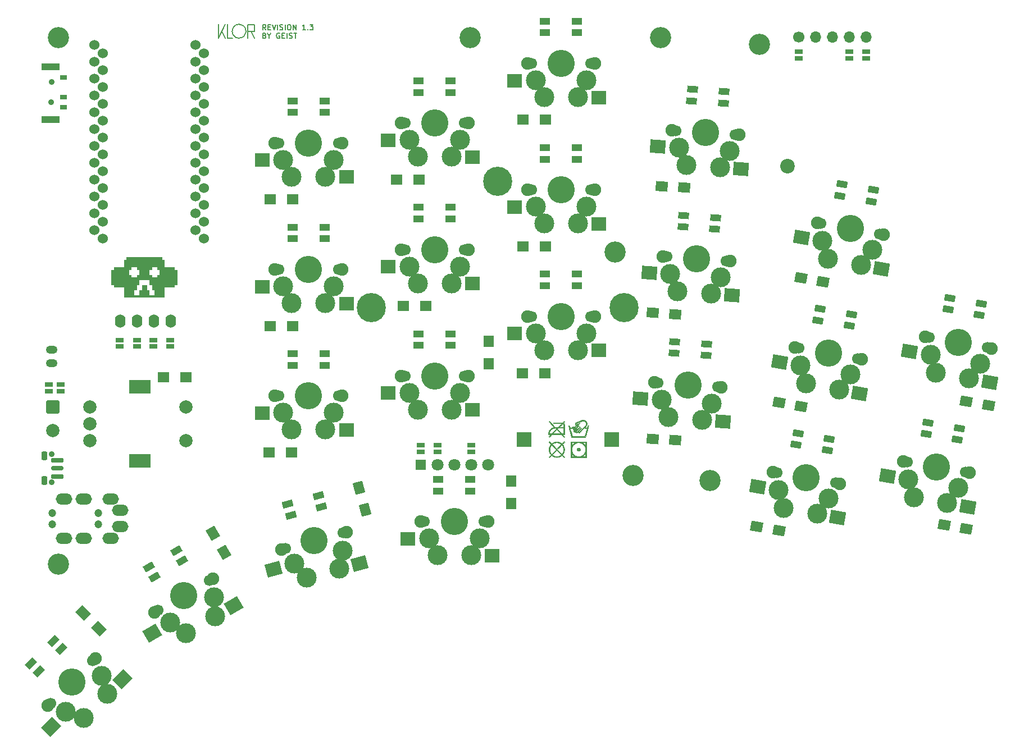
<source format=gts>
G04 #@! TF.GenerationSoftware,KiCad,Pcbnew,7.0.11-7.0.11~ubuntu22.04.1*
G04 #@! TF.CreationDate,2024-07-06T11:47:34+02:00*
G04 #@! TF.ProjectId,klor1_3,6b6c6f72-315f-4332-9e6b-696361645f70,v1.3.0*
G04 #@! TF.SameCoordinates,Original*
G04 #@! TF.FileFunction,Soldermask,Top*
G04 #@! TF.FilePolarity,Negative*
%FSLAX46Y46*%
G04 Gerber Fmt 4.6, Leading zero omitted, Abs format (unit mm)*
G04 Created by KiCad (PCBNEW 7.0.11-7.0.11~ubuntu22.04.1) date 2024-07-06 11:47:34*
%MOMM*%
%LPD*%
G01*
G04 APERTURE LIST*
G04 Aperture macros list*
%AMRoundRect*
0 Rectangle with rounded corners*
0 $1 Rounding radius*
0 $2 $3 $4 $5 $6 $7 $8 $9 X,Y pos of 4 corners*
0 Add a 4 corners polygon primitive as box body*
4,1,4,$2,$3,$4,$5,$6,$7,$8,$9,$2,$3,0*
0 Add four circle primitives for the rounded corners*
1,1,$1+$1,$2,$3*
1,1,$1+$1,$4,$5*
1,1,$1+$1,$6,$7*
1,1,$1+$1,$8,$9*
0 Add four rect primitives between the rounded corners*
20,1,$1+$1,$2,$3,$4,$5,0*
20,1,$1+$1,$4,$5,$6,$7,0*
20,1,$1+$1,$6,$7,$8,$9,0*
20,1,$1+$1,$8,$9,$2,$3,0*%
%AMRotRect*
0 Rectangle, with rotation*
0 The origin of the aperture is its center*
0 $1 length*
0 $2 width*
0 $3 Rotation angle, in degrees counterclockwise*
0 Add horizontal line*
21,1,$1,$2,0,0,$3*%
G04 Aperture macros list end*
%ADD10C,0.150000*%
%ADD11C,0.000000*%
%ADD12C,0.000001*%
%ADD13C,1.200000*%
%ADD14O,2.500000X1.700000*%
%ADD15R,1.143000X0.635000*%
%ADD16C,1.700000*%
%ADD17C,3.000000*%
%ADD18C,4.100000*%
%ADD19C,1.900000*%
%ADD20RotRect,1.600000X1.000000X225.000000*%
%ADD21RotRect,2.300000X2.000000X45.000000*%
%ADD22R,1.600000X1.000000*%
%ADD23R,2.300000X2.000000*%
%ADD24RotRect,1.600000X1.000000X176.000000*%
%ADD25RotRect,2.300000X2.000000X356.000000*%
%ADD26C,3.200000*%
%ADD27RotRect,1.800000X1.500000X350.000000*%
%ADD28R,1.800000X1.500000*%
%ADD29RotRect,1.800000X1.500000X356.000000*%
%ADD30RotRect,1.600000X1.000000X195.000000*%
%ADD31RotRect,2.300000X2.000000X15.000000*%
%ADD32RotRect,1.600000X1.000000X170.000000*%
%ADD33RotRect,2.300000X2.000000X350.000000*%
%ADD34RotRect,1.800000X1.500000X285.000000*%
%ADD35R,2.200000X2.200000*%
%ADD36C,2.200000*%
%ADD37C,2.000000*%
%ADD38R,3.200000X2.000000*%
%ADD39O,1.600000X2.000000*%
%ADD40RotRect,1.800000X1.500000X300.000000*%
%ADD41O,1.750000X1.200000*%
%ADD42C,0.900000*%
%ADD43RoundRect,0.187500X-0.712500X0.187500X-0.712500X-0.187500X0.712500X-0.187500X0.712500X0.187500X0*%
%ADD44RoundRect,0.150000X-0.750000X0.150000X-0.750000X-0.150000X0.750000X-0.150000X0.750000X0.150000X0*%
%ADD45RoundRect,0.225000X-0.225000X0.425000X-0.225000X-0.425000X0.225000X-0.425000X0.225000X0.425000X0*%
%ADD46C,4.400000*%
%ADD47RotRect,1.600000X1.000000X210.000000*%
%ADD48RotRect,2.300000X2.000000X30.000000*%
%ADD49RotRect,1.800000X1.500000X315.000000*%
%ADD50R,1.500000X1.800000*%
%ADD51RoundRect,0.142858X-0.857142X0.857142X-0.857142X-0.857142X0.857142X-0.857142X0.857142X0.857142X0*%
%ADD52R,1.000000X0.700000*%
%ADD53R,2.800000X1.000000*%
%ADD54R,1.524000X1.524000*%
%ADD55C,1.800000*%
%ADD56C,1.524000*%
%ADD57O,1.700000X1.700000*%
G04 APERTURE END LIST*
D10*
X110576959Y-55760934D02*
X110420394Y-55749088D01*
X110271242Y-55714714D01*
X110131248Y-55659555D01*
X109961848Y-55556693D01*
X109815963Y-55424115D01*
X109697726Y-55265956D01*
X109611272Y-55086350D01*
X109569776Y-54940057D01*
X109550227Y-54785770D01*
X109548890Y-54732866D01*
D11*
G36*
X98985966Y-89203149D02*
G01*
X99367075Y-89203149D01*
X99367075Y-90350004D01*
X100895037Y-90350004D01*
X100895037Y-90731111D01*
X101276146Y-90731111D01*
X101276146Y-93024822D01*
X100895037Y-93024822D01*
X100895037Y-93405929D01*
X99367075Y-93405929D01*
X99367075Y-94933895D01*
X94786711Y-94933895D01*
X94786711Y-94552785D01*
X95548929Y-94552785D01*
X95548929Y-93787038D01*
X95930037Y-93787038D01*
X95930037Y-93024822D01*
X96692255Y-93024822D01*
X96692255Y-93787038D01*
X97076891Y-93787038D01*
X97076891Y-94552785D01*
X97839109Y-94552785D01*
X97839109Y-93787038D01*
X97458000Y-93787038D01*
X97458000Y-93024822D01*
X97076891Y-93024822D01*
X97076891Y-92262603D01*
X97458000Y-91877965D01*
X97076891Y-92259076D01*
X95548929Y-92259076D01*
X95164289Y-91877965D01*
X95548929Y-92262603D01*
X95548929Y-93024822D01*
X95164289Y-93024822D01*
X95164289Y-93787038D01*
X94783182Y-93787038D01*
X94783182Y-94933895D01*
X93255218Y-94933895D01*
X93255218Y-93405929D01*
X91727257Y-93405929D01*
X91727257Y-93024822D01*
X91346146Y-93024822D01*
X91346146Y-91496858D01*
X94017437Y-91496858D01*
X94402075Y-91496858D01*
X94402075Y-91877965D01*
X95164289Y-91877965D01*
X95164289Y-91496858D01*
X95548929Y-91496858D01*
X97076891Y-91496858D01*
X97458000Y-91496858D01*
X97458000Y-91877965D01*
X98220221Y-91877965D01*
X98220221Y-91496858D01*
X98604856Y-91496858D01*
X98604856Y-90731111D01*
X98220221Y-90731111D01*
X98220221Y-90350004D01*
X97458000Y-90350004D01*
X97458000Y-90731111D01*
X97076891Y-90731111D01*
X97076891Y-91496858D01*
X95548929Y-91496858D01*
X95548929Y-90731111D01*
X95164289Y-90731111D01*
X95164289Y-90350004D01*
X94402075Y-90350004D01*
X94402075Y-90731111D01*
X94017437Y-90731111D01*
X94017437Y-91496858D01*
X91346146Y-91496858D01*
X91346146Y-90731111D01*
X91727257Y-90731111D01*
X91727257Y-90350004D01*
X93255218Y-90350004D01*
X93255218Y-89203149D01*
X93636328Y-89203149D01*
X93636328Y-88822040D01*
X98985966Y-88822040D01*
X98985966Y-89203149D01*
G37*
D10*
X112907248Y-53739067D02*
X112907248Y-54767135D01*
X108829242Y-55760935D02*
X109617428Y-55760935D01*
X111605027Y-54732866D02*
X111605027Y-54732866D01*
X112941516Y-55795204D02*
X112427481Y-54767135D01*
D12*
X163194805Y-114183094D02*
X163193363Y-114183038D01*
X163196891Y-114183038D01*
X163194805Y-114183094D01*
G36*
X163194805Y-114183094D02*
G01*
X163193363Y-114183038D01*
X163196891Y-114183038D01*
X163194805Y-114183094D01*
G37*
D10*
X108829242Y-53704798D02*
X108829242Y-55760935D01*
X112907248Y-54767135D02*
X111913449Y-54767135D01*
X107458484Y-55795204D02*
X108486553Y-53704798D01*
D12*
X159638469Y-113636433D02*
X159440975Y-113833916D01*
X159461011Y-113849033D01*
X159480092Y-113865255D01*
X159498170Y-113882531D01*
X159515200Y-113900809D01*
X159531135Y-113920038D01*
X159545928Y-113940165D01*
X159559533Y-113961140D01*
X159571903Y-113982910D01*
X159582992Y-114005424D01*
X159592753Y-114028630D01*
X159601140Y-114052477D01*
X159608106Y-114076913D01*
X159613606Y-114101886D01*
X159617591Y-114127344D01*
X159620017Y-114153237D01*
X159620835Y-114179511D01*
X159620835Y-115554838D01*
X159338701Y-115554838D01*
X159641995Y-115858116D01*
X159550302Y-115949804D01*
X159155313Y-115554838D01*
X158411183Y-115554838D01*
X158411183Y-115424359D01*
X159024826Y-115424359D01*
X158435870Y-114835437D01*
X157846914Y-115424359D01*
X158404130Y-115424359D01*
X158404130Y-115554838D01*
X157716427Y-115554838D01*
X157321439Y-115949804D01*
X157229745Y-115858116D01*
X157533040Y-115554838D01*
X157173318Y-115554838D01*
X157173318Y-115491362D01*
X157174436Y-115442698D01*
X157175459Y-115427885D01*
X157303805Y-115427885D01*
X157660000Y-115427885D01*
X158340650Y-114747275D01*
X158337123Y-114743748D01*
X158531090Y-114743748D01*
X159208213Y-115424359D01*
X159490348Y-115424359D01*
X159490348Y-114574477D01*
X158700372Y-114574477D01*
X158531090Y-114743748D01*
X158337123Y-114743748D01*
X158171369Y-114578003D01*
X158128323Y-114580992D01*
X158085840Y-114585959D01*
X158043967Y-114592858D01*
X158002749Y-114601642D01*
X157962235Y-114612265D01*
X157922469Y-114624681D01*
X157883499Y-114638843D01*
X157845371Y-114654704D01*
X157808132Y-114672219D01*
X157771828Y-114691340D01*
X157736505Y-114712021D01*
X157702210Y-114734216D01*
X157668990Y-114757877D01*
X157636891Y-114782960D01*
X157605959Y-114809416D01*
X157576241Y-114837200D01*
X157547784Y-114866265D01*
X157520634Y-114896565D01*
X157494838Y-114928052D01*
X157470441Y-114960682D01*
X157447491Y-114994406D01*
X157426034Y-115029179D01*
X157406116Y-115064955D01*
X157387784Y-115101686D01*
X157371085Y-115139326D01*
X157356065Y-115177829D01*
X157342770Y-115217148D01*
X157331247Y-115257237D01*
X157321543Y-115298049D01*
X157313703Y-115339537D01*
X157307775Y-115381656D01*
X157303805Y-115424359D01*
X157303805Y-115427885D01*
X157175459Y-115427885D01*
X157177756Y-115394601D01*
X157183230Y-115347118D01*
X157190807Y-115300298D01*
X157200437Y-115254192D01*
X157212071Y-115208847D01*
X157225659Y-115164314D01*
X157241152Y-115120641D01*
X157258499Y-115077877D01*
X157277650Y-115036071D01*
X157298558Y-114995272D01*
X157321170Y-114955530D01*
X157345438Y-114916893D01*
X157371312Y-114879411D01*
X157398743Y-114843132D01*
X157427680Y-114808106D01*
X157458074Y-114774382D01*
X157489875Y-114742009D01*
X157523033Y-114711036D01*
X157557499Y-114681511D01*
X157593223Y-114653485D01*
X157630155Y-114627006D01*
X157668246Y-114602123D01*
X157707445Y-114578885D01*
X157715682Y-114574477D01*
X158354756Y-114574477D01*
X158435870Y-114655586D01*
X158516984Y-114574477D01*
X158354756Y-114574477D01*
X157715682Y-114574477D01*
X157747703Y-114557342D01*
X157788971Y-114537542D01*
X157831198Y-114519535D01*
X157874336Y-114503369D01*
X157918333Y-114489094D01*
X157963141Y-114476758D01*
X158008709Y-114466412D01*
X158054988Y-114458103D01*
X158044363Y-114447524D01*
X158827332Y-114447524D01*
X159486821Y-114447524D01*
X159486821Y-114183038D01*
X159486657Y-114172841D01*
X159486167Y-114162752D01*
X159485357Y-114152774D01*
X159484231Y-114142910D01*
X159482796Y-114133166D01*
X159481056Y-114123544D01*
X159479016Y-114114049D01*
X159476682Y-114104684D01*
X159474059Y-114095453D01*
X159471151Y-114086361D01*
X159467964Y-114077411D01*
X159464504Y-114068606D01*
X159460775Y-114059952D01*
X159456782Y-114051451D01*
X159452532Y-114043108D01*
X159448028Y-114034926D01*
X159443276Y-114026909D01*
X159438281Y-114019062D01*
X159433049Y-114011387D01*
X159427584Y-114003890D01*
X159415978Y-113989441D01*
X159403503Y-113975747D01*
X159390203Y-113962838D01*
X159376116Y-113950745D01*
X159361287Y-113939499D01*
X159345754Y-113929131D01*
X158827332Y-114447524D01*
X158044363Y-114447524D01*
X157229745Y-113636433D01*
X157321439Y-113544745D01*
X158224269Y-114443997D01*
X158643944Y-114443997D01*
X159204687Y-113883287D01*
X157903341Y-113883287D01*
X157903341Y-113752807D01*
X159190580Y-113752807D01*
X159199135Y-113752890D01*
X159207608Y-113753138D01*
X159215997Y-113753551D01*
X159224304Y-113754130D01*
X159232528Y-113754874D01*
X159240670Y-113755783D01*
X159248729Y-113756857D01*
X159256705Y-113758097D01*
X159264599Y-113759502D01*
X159272410Y-113761072D01*
X159280139Y-113762808D01*
X159287784Y-113764709D01*
X159295347Y-113766775D01*
X159302828Y-113769007D01*
X159310226Y-113771404D01*
X159317541Y-113773966D01*
X159546775Y-113544745D01*
X159638469Y-113636433D01*
G36*
X159638469Y-113636433D02*
G01*
X159440975Y-113833916D01*
X159461011Y-113849033D01*
X159480092Y-113865255D01*
X159498170Y-113882531D01*
X159515200Y-113900809D01*
X159531135Y-113920038D01*
X159545928Y-113940165D01*
X159559533Y-113961140D01*
X159571903Y-113982910D01*
X159582992Y-114005424D01*
X159592753Y-114028630D01*
X159601140Y-114052477D01*
X159608106Y-114076913D01*
X159613606Y-114101886D01*
X159617591Y-114127344D01*
X159620017Y-114153237D01*
X159620835Y-114179511D01*
X159620835Y-115554838D01*
X159338701Y-115554838D01*
X159641995Y-115858116D01*
X159550302Y-115949804D01*
X159155313Y-115554838D01*
X158411183Y-115554838D01*
X158411183Y-115424359D01*
X159024826Y-115424359D01*
X158435870Y-114835437D01*
X157846914Y-115424359D01*
X158404130Y-115424359D01*
X158404130Y-115554838D01*
X157716427Y-115554838D01*
X157321439Y-115949804D01*
X157229745Y-115858116D01*
X157533040Y-115554838D01*
X157173318Y-115554838D01*
X157173318Y-115491362D01*
X157174436Y-115442698D01*
X157175459Y-115427885D01*
X157303805Y-115427885D01*
X157660000Y-115427885D01*
X158340650Y-114747275D01*
X158337123Y-114743748D01*
X158531090Y-114743748D01*
X159208213Y-115424359D01*
X159490348Y-115424359D01*
X159490348Y-114574477D01*
X158700372Y-114574477D01*
X158531090Y-114743748D01*
X158337123Y-114743748D01*
X158171369Y-114578003D01*
X158128323Y-114580992D01*
X158085840Y-114585959D01*
X158043967Y-114592858D01*
X158002749Y-114601642D01*
X157962235Y-114612265D01*
X157922469Y-114624681D01*
X157883499Y-114638843D01*
X157845371Y-114654704D01*
X157808132Y-114672219D01*
X157771828Y-114691340D01*
X157736505Y-114712021D01*
X157702210Y-114734216D01*
X157668990Y-114757877D01*
X157636891Y-114782960D01*
X157605959Y-114809416D01*
X157576241Y-114837200D01*
X157547784Y-114866265D01*
X157520634Y-114896565D01*
X157494838Y-114928052D01*
X157470441Y-114960682D01*
X157447491Y-114994406D01*
X157426034Y-115029179D01*
X157406116Y-115064955D01*
X157387784Y-115101686D01*
X157371085Y-115139326D01*
X157356065Y-115177829D01*
X157342770Y-115217148D01*
X157331247Y-115257237D01*
X157321543Y-115298049D01*
X157313703Y-115339537D01*
X157307775Y-115381656D01*
X157303805Y-115424359D01*
X157303805Y-115427885D01*
X157175459Y-115427885D01*
X157177756Y-115394601D01*
X157183230Y-115347118D01*
X157190807Y-115300298D01*
X157200437Y-115254192D01*
X157212071Y-115208847D01*
X157225659Y-115164314D01*
X157241152Y-115120641D01*
X157258499Y-115077877D01*
X157277650Y-115036071D01*
X157298558Y-114995272D01*
X157321170Y-114955530D01*
X157345438Y-114916893D01*
X157371312Y-114879411D01*
X157398743Y-114843132D01*
X157427680Y-114808106D01*
X157458074Y-114774382D01*
X157489875Y-114742009D01*
X157523033Y-114711036D01*
X157557499Y-114681511D01*
X157593223Y-114653485D01*
X157630155Y-114627006D01*
X157668246Y-114602123D01*
X157707445Y-114578885D01*
X157715682Y-114574477D01*
X158354756Y-114574477D01*
X158435870Y-114655586D01*
X158516984Y-114574477D01*
X158354756Y-114574477D01*
X157715682Y-114574477D01*
X157747703Y-114557342D01*
X157788971Y-114537542D01*
X157831198Y-114519535D01*
X157874336Y-114503369D01*
X157918333Y-114489094D01*
X157963141Y-114476758D01*
X158008709Y-114466412D01*
X158054988Y-114458103D01*
X158044363Y-114447524D01*
X158827332Y-114447524D01*
X159486821Y-114447524D01*
X159486821Y-114183038D01*
X159486657Y-114172841D01*
X159486167Y-114162752D01*
X159485357Y-114152774D01*
X159484231Y-114142910D01*
X159482796Y-114133166D01*
X159481056Y-114123544D01*
X159479016Y-114114049D01*
X159476682Y-114104684D01*
X159474059Y-114095453D01*
X159471151Y-114086361D01*
X159467964Y-114077411D01*
X159464504Y-114068606D01*
X159460775Y-114059952D01*
X159456782Y-114051451D01*
X159452532Y-114043108D01*
X159448028Y-114034926D01*
X159443276Y-114026909D01*
X159438281Y-114019062D01*
X159433049Y-114011387D01*
X159427584Y-114003890D01*
X159415978Y-113989441D01*
X159403503Y-113975747D01*
X159390203Y-113962838D01*
X159376116Y-113950745D01*
X159361287Y-113939499D01*
X159345754Y-113929131D01*
X158827332Y-114447524D01*
X158044363Y-114447524D01*
X157229745Y-113636433D01*
X157321439Y-113544745D01*
X158224269Y-114443997D01*
X158643944Y-114443997D01*
X159204687Y-113883287D01*
X157903341Y-113883287D01*
X157903341Y-113752807D01*
X159190580Y-113752807D01*
X159199135Y-113752890D01*
X159207608Y-113753138D01*
X159215997Y-113753551D01*
X159224304Y-113754130D01*
X159232528Y-113754874D01*
X159240670Y-113755783D01*
X159248729Y-113756857D01*
X159256705Y-113758097D01*
X159264599Y-113759502D01*
X159272410Y-113761072D01*
X159280139Y-113762808D01*
X159287784Y-113764709D01*
X159295347Y-113766775D01*
X159302828Y-113769007D01*
X159310226Y-113771404D01*
X159317541Y-113773966D01*
X159546775Y-113544745D01*
X159638469Y-113636433D01*
G37*
X161756046Y-117586388D02*
X161768016Y-117587271D01*
X161779793Y-117588726D01*
X161791363Y-117590740D01*
X161802715Y-117593299D01*
X161813833Y-117596389D01*
X161824705Y-117599997D01*
X161835316Y-117604109D01*
X161845654Y-117608712D01*
X161855704Y-117613792D01*
X161865453Y-117619336D01*
X161874888Y-117625330D01*
X161883995Y-117631760D01*
X161892760Y-117638613D01*
X161901170Y-117645876D01*
X161909211Y-117653535D01*
X161916870Y-117661576D01*
X161924133Y-117669985D01*
X161930987Y-117678750D01*
X161937418Y-117687856D01*
X161943412Y-117697290D01*
X161948956Y-117707039D01*
X161954036Y-117717088D01*
X161958640Y-117727425D01*
X161962752Y-117738036D01*
X161966360Y-117748907D01*
X161969451Y-117760025D01*
X161972009Y-117771376D01*
X161974023Y-117782946D01*
X161975478Y-117794722D01*
X161976362Y-117806691D01*
X161976659Y-117818838D01*
X161976362Y-117830986D01*
X161975478Y-117842955D01*
X161974023Y-117854731D01*
X161972009Y-117866301D01*
X161969451Y-117877652D01*
X161966360Y-117888770D01*
X161962752Y-117899641D01*
X161958640Y-117910251D01*
X161954036Y-117920588D01*
X161948956Y-117930638D01*
X161943412Y-117940387D01*
X161937418Y-117949821D01*
X161930987Y-117958927D01*
X161924133Y-117967692D01*
X161916870Y-117976101D01*
X161909211Y-117984142D01*
X161901170Y-117991801D01*
X161892760Y-117999063D01*
X161883995Y-118005917D01*
X161874888Y-118012347D01*
X161865453Y-118018341D01*
X161855704Y-118023885D01*
X161845654Y-118028965D01*
X161835316Y-118033568D01*
X161824705Y-118037680D01*
X161813833Y-118041288D01*
X161802715Y-118044378D01*
X161791363Y-118046937D01*
X161779793Y-118048950D01*
X161768016Y-118050406D01*
X161756046Y-118051289D01*
X161743898Y-118051586D01*
X161731750Y-118051289D01*
X161719780Y-118050406D01*
X161708003Y-118048950D01*
X161696432Y-118046937D01*
X161685081Y-118044378D01*
X161673963Y-118041288D01*
X161663091Y-118037680D01*
X161652480Y-118033568D01*
X161642142Y-118028965D01*
X161632092Y-118023885D01*
X161622343Y-118018341D01*
X161612908Y-118012347D01*
X161603801Y-118005917D01*
X161595036Y-117999063D01*
X161586626Y-117991801D01*
X161578585Y-117984142D01*
X161570926Y-117976101D01*
X161563663Y-117967692D01*
X161556809Y-117958927D01*
X161550378Y-117949821D01*
X161544384Y-117940387D01*
X161538840Y-117930638D01*
X161533759Y-117920588D01*
X161529156Y-117910251D01*
X161525044Y-117899641D01*
X161521436Y-117888770D01*
X161518345Y-117877652D01*
X161515787Y-117866301D01*
X161513773Y-117854731D01*
X161512318Y-117842955D01*
X161511434Y-117830986D01*
X161511137Y-117818838D01*
X161511434Y-117807001D01*
X161512318Y-117795303D01*
X161513773Y-117783760D01*
X161515787Y-117772388D01*
X161518345Y-117761202D01*
X161521436Y-117750217D01*
X161525044Y-117739449D01*
X161529156Y-117728913D01*
X161533759Y-117718626D01*
X161538840Y-117708602D01*
X161544384Y-117698856D01*
X161550378Y-117689406D01*
X161556809Y-117680265D01*
X161563663Y-117671450D01*
X161570926Y-117662975D01*
X161578585Y-117654857D01*
X161586626Y-117647111D01*
X161595036Y-117639753D01*
X161603801Y-117632797D01*
X161612908Y-117626260D01*
X161622343Y-117620156D01*
X161632092Y-117614502D01*
X161642142Y-117609313D01*
X161652480Y-117604605D01*
X161663091Y-117600392D01*
X161673963Y-117596691D01*
X161685081Y-117593517D01*
X161696432Y-117590885D01*
X161708003Y-117588811D01*
X161719780Y-117587310D01*
X161731750Y-117586398D01*
X161743898Y-117586091D01*
X161756046Y-117586388D01*
G36*
X161756046Y-117586388D02*
G01*
X161768016Y-117587271D01*
X161779793Y-117588726D01*
X161791363Y-117590740D01*
X161802715Y-117593299D01*
X161813833Y-117596389D01*
X161824705Y-117599997D01*
X161835316Y-117604109D01*
X161845654Y-117608712D01*
X161855704Y-117613792D01*
X161865453Y-117619336D01*
X161874888Y-117625330D01*
X161883995Y-117631760D01*
X161892760Y-117638613D01*
X161901170Y-117645876D01*
X161909211Y-117653535D01*
X161916870Y-117661576D01*
X161924133Y-117669985D01*
X161930987Y-117678750D01*
X161937418Y-117687856D01*
X161943412Y-117697290D01*
X161948956Y-117707039D01*
X161954036Y-117717088D01*
X161958640Y-117727425D01*
X161962752Y-117738036D01*
X161966360Y-117748907D01*
X161969451Y-117760025D01*
X161972009Y-117771376D01*
X161974023Y-117782946D01*
X161975478Y-117794722D01*
X161976362Y-117806691D01*
X161976659Y-117818838D01*
X161976362Y-117830986D01*
X161975478Y-117842955D01*
X161974023Y-117854731D01*
X161972009Y-117866301D01*
X161969451Y-117877652D01*
X161966360Y-117888770D01*
X161962752Y-117899641D01*
X161958640Y-117910251D01*
X161954036Y-117920588D01*
X161948956Y-117930638D01*
X161943412Y-117940387D01*
X161937418Y-117949821D01*
X161930987Y-117958927D01*
X161924133Y-117967692D01*
X161916870Y-117976101D01*
X161909211Y-117984142D01*
X161901170Y-117991801D01*
X161892760Y-117999063D01*
X161883995Y-118005917D01*
X161874888Y-118012347D01*
X161865453Y-118018341D01*
X161855704Y-118023885D01*
X161845654Y-118028965D01*
X161835316Y-118033568D01*
X161824705Y-118037680D01*
X161813833Y-118041288D01*
X161802715Y-118044378D01*
X161791363Y-118046937D01*
X161779793Y-118048950D01*
X161768016Y-118050406D01*
X161756046Y-118051289D01*
X161743898Y-118051586D01*
X161731750Y-118051289D01*
X161719780Y-118050406D01*
X161708003Y-118048950D01*
X161696432Y-118046937D01*
X161685081Y-118044378D01*
X161673963Y-118041288D01*
X161663091Y-118037680D01*
X161652480Y-118033568D01*
X161642142Y-118028965D01*
X161632092Y-118023885D01*
X161622343Y-118018341D01*
X161612908Y-118012347D01*
X161603801Y-118005917D01*
X161595036Y-117999063D01*
X161586626Y-117991801D01*
X161578585Y-117984142D01*
X161570926Y-117976101D01*
X161563663Y-117967692D01*
X161556809Y-117958927D01*
X161550378Y-117949821D01*
X161544384Y-117940387D01*
X161538840Y-117930638D01*
X161533759Y-117920588D01*
X161529156Y-117910251D01*
X161525044Y-117899641D01*
X161521436Y-117888770D01*
X161518345Y-117877652D01*
X161515787Y-117866301D01*
X161513773Y-117854731D01*
X161512318Y-117842955D01*
X161511434Y-117830986D01*
X161511137Y-117818838D01*
X161511434Y-117807001D01*
X161512318Y-117795303D01*
X161513773Y-117783760D01*
X161515787Y-117772388D01*
X161518345Y-117761202D01*
X161521436Y-117750217D01*
X161525044Y-117739449D01*
X161529156Y-117728913D01*
X161533759Y-117718626D01*
X161538840Y-117708602D01*
X161544384Y-117698856D01*
X161550378Y-117689406D01*
X161556809Y-117680265D01*
X161563663Y-117671450D01*
X161570926Y-117662975D01*
X161578585Y-117654857D01*
X161586626Y-117647111D01*
X161595036Y-117639753D01*
X161603801Y-117632797D01*
X161612908Y-117626260D01*
X161622343Y-117620156D01*
X161632092Y-117614502D01*
X161642142Y-117609313D01*
X161652480Y-117604605D01*
X161663091Y-117600392D01*
X161673963Y-117596691D01*
X161685081Y-117593517D01*
X161696432Y-117590885D01*
X161708003Y-117588811D01*
X161719780Y-117587310D01*
X161731750Y-117586398D01*
X161743898Y-117586091D01*
X161756046Y-117586388D01*
G37*
D10*
X110576959Y-53704797D02*
X110733523Y-53716642D01*
X110882674Y-53751016D01*
X111022668Y-53806175D01*
X111192068Y-53909037D01*
X111337953Y-54041615D01*
X111456190Y-54199774D01*
X111542644Y-54379381D01*
X111584140Y-54525674D01*
X111603689Y-54679961D01*
X111605027Y-54732866D01*
X109548890Y-54732866D02*
X109560735Y-54576301D01*
X109595109Y-54427149D01*
X109650268Y-54287155D01*
X109753130Y-54117755D01*
X109885708Y-53971870D01*
X110043867Y-53853633D01*
X110223474Y-53767179D01*
X110369767Y-53725683D01*
X110524054Y-53706134D01*
X110576959Y-53704797D01*
X108486554Y-55795204D02*
X107972519Y-54732866D01*
X111879180Y-53739067D02*
X112907248Y-53739067D01*
D12*
X159638469Y-116707997D02*
X159306960Y-117039486D01*
X159341129Y-117078652D01*
X159373506Y-117119404D01*
X159404033Y-117161674D01*
X159432654Y-117205396D01*
X159459311Y-117250503D01*
X159483949Y-117296926D01*
X159506510Y-117344600D01*
X159526937Y-117393457D01*
X159545174Y-117443429D01*
X159561164Y-117494450D01*
X159574850Y-117546453D01*
X159586174Y-117599370D01*
X159595082Y-117653134D01*
X159601514Y-117707679D01*
X159605415Y-117762936D01*
X159606728Y-117818838D01*
X159605415Y-117874702D01*
X159601514Y-117929854D01*
X159595082Y-117984240D01*
X159586174Y-118037811D01*
X159574850Y-118090513D01*
X159561164Y-118142296D01*
X159545174Y-118193108D01*
X159526937Y-118242898D01*
X159506510Y-118291612D01*
X159483949Y-118339201D01*
X159459311Y-118385612D01*
X159432654Y-118430793D01*
X159404033Y-118474693D01*
X159373506Y-118517261D01*
X159341129Y-118558444D01*
X159306960Y-118598191D01*
X159638469Y-118929679D01*
X159546775Y-119021368D01*
X159215267Y-118689879D01*
X159176099Y-118724046D01*
X159135345Y-118756421D01*
X159093072Y-118786946D01*
X159049347Y-118815565D01*
X159004238Y-118842221D01*
X158957812Y-118866858D01*
X158910136Y-118889417D01*
X158861276Y-118909843D01*
X158811301Y-118928079D01*
X158760277Y-118944068D01*
X158708271Y-118957753D01*
X158655351Y-118969077D01*
X158601584Y-118977984D01*
X158547036Y-118984416D01*
X158491776Y-118988317D01*
X158435870Y-118989630D01*
X158380003Y-118988317D01*
X158324849Y-118984416D01*
X158270459Y-118977984D01*
X158216885Y-118969077D01*
X158164180Y-118957753D01*
X158112393Y-118944068D01*
X158061579Y-118928079D01*
X158011787Y-118909843D01*
X157963069Y-118889417D01*
X157915478Y-118866857D01*
X157869064Y-118842221D01*
X157823881Y-118815565D01*
X157779978Y-118786946D01*
X157737408Y-118756421D01*
X157696223Y-118724046D01*
X157656473Y-118689879D01*
X157324965Y-119021368D01*
X157233272Y-118929679D01*
X157564780Y-118598191D01*
X157748167Y-118598191D01*
X157783206Y-118627854D01*
X157819520Y-118655978D01*
X157857065Y-118682511D01*
X157895792Y-118707401D01*
X157935656Y-118730597D01*
X157976609Y-118752047D01*
X158018607Y-118771699D01*
X158061601Y-118789502D01*
X158105546Y-118805404D01*
X158150395Y-118819353D01*
X158196101Y-118831298D01*
X158242619Y-118841187D01*
X158289901Y-118848969D01*
X158337901Y-118854591D01*
X158386573Y-118858002D01*
X158435870Y-118859150D01*
X158439397Y-118859150D01*
X158488113Y-118858002D01*
X158536353Y-118854591D01*
X158584056Y-118848969D01*
X158631160Y-118841187D01*
X158677603Y-118831298D01*
X158723322Y-118819353D01*
X158768256Y-118805404D01*
X158812343Y-118789502D01*
X158855521Y-118771699D01*
X158897728Y-118752047D01*
X158938901Y-118730597D01*
X158978979Y-118707401D01*
X159017900Y-118682511D01*
X159055602Y-118655978D01*
X159092022Y-118627854D01*
X159127100Y-118598191D01*
X158435870Y-117910527D01*
X157748167Y-118598191D01*
X157564780Y-118598191D01*
X157530611Y-118559025D01*
X157498234Y-118518273D01*
X157467707Y-118476003D01*
X157439087Y-118432281D01*
X157412429Y-118387174D01*
X157387791Y-118340751D01*
X157365230Y-118293077D01*
X157344803Y-118244220D01*
X157326566Y-118194248D01*
X157310576Y-118143226D01*
X157296890Y-118091224D01*
X157285566Y-118038307D01*
X157276659Y-117984543D01*
X157270226Y-117929998D01*
X157266325Y-117874741D01*
X157265012Y-117818839D01*
X157395499Y-117818839D01*
X157396648Y-117867552D01*
X157400059Y-117915789D01*
X157405681Y-117963490D01*
X157413463Y-118010591D01*
X157423353Y-118057031D01*
X157435298Y-118102748D01*
X157449248Y-118147679D01*
X157465151Y-118191764D01*
X157482955Y-118234939D01*
X157502608Y-118277143D01*
X157524059Y-118318314D01*
X157547256Y-118358390D01*
X157572148Y-118397309D01*
X157598683Y-118435008D01*
X157626808Y-118471427D01*
X157656473Y-118506502D01*
X158344177Y-117818839D01*
X158340650Y-117815312D01*
X158527564Y-117815312D01*
X159218794Y-118506502D01*
X159248459Y-118470845D01*
X159276584Y-118433989D01*
X159303119Y-118395976D01*
X159328011Y-118356847D01*
X159351208Y-118316644D01*
X159372659Y-118275408D01*
X159392312Y-118233179D01*
X159410116Y-118190001D01*
X159426019Y-118145913D01*
X159439969Y-118100957D01*
X159451914Y-118055175D01*
X159461804Y-118008607D01*
X159469586Y-117961296D01*
X159475208Y-117913282D01*
X159478619Y-117864607D01*
X159479768Y-117815312D01*
X159479768Y-117811786D01*
X159478619Y-117763073D01*
X159475208Y-117714835D01*
X159469586Y-117667135D01*
X159461804Y-117620033D01*
X159451914Y-117573593D01*
X159439969Y-117527877D01*
X159426019Y-117482945D01*
X159410116Y-117438861D01*
X159392312Y-117395685D01*
X159372659Y-117353481D01*
X159351208Y-117312310D01*
X159328011Y-117272234D01*
X159303119Y-117233316D01*
X159276584Y-117195616D01*
X159248459Y-117159197D01*
X159218794Y-117124122D01*
X158527564Y-117815312D01*
X158340650Y-117815312D01*
X157656473Y-117131175D01*
X157626808Y-117166250D01*
X157598683Y-117202669D01*
X157572148Y-117240369D01*
X157547256Y-117279287D01*
X157524059Y-117319363D01*
X157502608Y-117360534D01*
X157482955Y-117402738D01*
X157465151Y-117445913D01*
X157449248Y-117489998D01*
X157435298Y-117534930D01*
X157423353Y-117580646D01*
X157413463Y-117627086D01*
X157405681Y-117674188D01*
X157400059Y-117721888D01*
X157396648Y-117770126D01*
X157395499Y-117818839D01*
X157265012Y-117818839D01*
X157265012Y-117818838D01*
X157266325Y-117762974D01*
X157270226Y-117707823D01*
X157276659Y-117653437D01*
X157285566Y-117599866D01*
X157296890Y-117547163D01*
X157310576Y-117495380D01*
X157326566Y-117444568D01*
X157344803Y-117394779D01*
X157365230Y-117346064D01*
X157387791Y-117298476D01*
X157412429Y-117252065D01*
X157439087Y-117206884D01*
X157467707Y-117162984D01*
X157498234Y-117120416D01*
X157530611Y-117079233D01*
X157564780Y-117039486D01*
X157561253Y-117035960D01*
X157744640Y-117035960D01*
X158432343Y-117723623D01*
X159123573Y-117035960D01*
X159088534Y-117006296D01*
X159052220Y-116978172D01*
X159014676Y-116951639D01*
X158975948Y-116926749D01*
X158936085Y-116903553D01*
X158895131Y-116882103D01*
X158853134Y-116862451D01*
X158810139Y-116844648D01*
X158766194Y-116828746D01*
X158721345Y-116814797D01*
X158675639Y-116802852D01*
X158629121Y-116792963D01*
X158581839Y-116785182D01*
X158533839Y-116779560D01*
X158485167Y-116776149D01*
X158435870Y-116775000D01*
X158386533Y-116776149D01*
X158337750Y-116779560D01*
X158289576Y-116785182D01*
X158242068Y-116792963D01*
X158195283Y-116802852D01*
X158149279Y-116814797D01*
X158104111Y-116828746D01*
X158059838Y-116844648D01*
X158016514Y-116862451D01*
X157974198Y-116882103D01*
X157932947Y-116903553D01*
X157892816Y-116926749D01*
X157853863Y-116951639D01*
X157816145Y-116978172D01*
X157779719Y-117006296D01*
X157744640Y-117035960D01*
X157561253Y-117035960D01*
X157233272Y-116707997D01*
X157324965Y-116616309D01*
X157656473Y-116947798D01*
X157695641Y-116913631D01*
X157736395Y-116881256D01*
X157778668Y-116850731D01*
X157822393Y-116822112D01*
X157867502Y-116795456D01*
X157913928Y-116770819D01*
X157961605Y-116748260D01*
X158010464Y-116727833D01*
X158060440Y-116709597D01*
X158111464Y-116693609D01*
X158163469Y-116679924D01*
X158216389Y-116668600D01*
X158270157Y-116659693D01*
X158324704Y-116653261D01*
X158379964Y-116649360D01*
X158435870Y-116648047D01*
X158491737Y-116649360D01*
X158546892Y-116653261D01*
X158601281Y-116659693D01*
X158654855Y-116668600D01*
X158707561Y-116679924D01*
X158759347Y-116693609D01*
X158810162Y-116709598D01*
X158859954Y-116727834D01*
X158908671Y-116748260D01*
X158956262Y-116770819D01*
X159002676Y-116795456D01*
X159047860Y-116822112D01*
X159091762Y-116850731D01*
X159134332Y-116881256D01*
X159175518Y-116913631D01*
X159215267Y-116947798D01*
X159546775Y-116616309D01*
X159638469Y-116707997D01*
G36*
X159638469Y-116707997D02*
G01*
X159306960Y-117039486D01*
X159341129Y-117078652D01*
X159373506Y-117119404D01*
X159404033Y-117161674D01*
X159432654Y-117205396D01*
X159459311Y-117250503D01*
X159483949Y-117296926D01*
X159506510Y-117344600D01*
X159526937Y-117393457D01*
X159545174Y-117443429D01*
X159561164Y-117494450D01*
X159574850Y-117546453D01*
X159586174Y-117599370D01*
X159595082Y-117653134D01*
X159601514Y-117707679D01*
X159605415Y-117762936D01*
X159606728Y-117818838D01*
X159605415Y-117874702D01*
X159601514Y-117929854D01*
X159595082Y-117984240D01*
X159586174Y-118037811D01*
X159574850Y-118090513D01*
X159561164Y-118142296D01*
X159545174Y-118193108D01*
X159526937Y-118242898D01*
X159506510Y-118291612D01*
X159483949Y-118339201D01*
X159459311Y-118385612D01*
X159432654Y-118430793D01*
X159404033Y-118474693D01*
X159373506Y-118517261D01*
X159341129Y-118558444D01*
X159306960Y-118598191D01*
X159638469Y-118929679D01*
X159546775Y-119021368D01*
X159215267Y-118689879D01*
X159176099Y-118724046D01*
X159135345Y-118756421D01*
X159093072Y-118786946D01*
X159049347Y-118815565D01*
X159004238Y-118842221D01*
X158957812Y-118866858D01*
X158910136Y-118889417D01*
X158861276Y-118909843D01*
X158811301Y-118928079D01*
X158760277Y-118944068D01*
X158708271Y-118957753D01*
X158655351Y-118969077D01*
X158601584Y-118977984D01*
X158547036Y-118984416D01*
X158491776Y-118988317D01*
X158435870Y-118989630D01*
X158380003Y-118988317D01*
X158324849Y-118984416D01*
X158270459Y-118977984D01*
X158216885Y-118969077D01*
X158164180Y-118957753D01*
X158112393Y-118944068D01*
X158061579Y-118928079D01*
X158011787Y-118909843D01*
X157963069Y-118889417D01*
X157915478Y-118866857D01*
X157869064Y-118842221D01*
X157823881Y-118815565D01*
X157779978Y-118786946D01*
X157737408Y-118756421D01*
X157696223Y-118724046D01*
X157656473Y-118689879D01*
X157324965Y-119021368D01*
X157233272Y-118929679D01*
X157564780Y-118598191D01*
X157748167Y-118598191D01*
X157783206Y-118627854D01*
X157819520Y-118655978D01*
X157857065Y-118682511D01*
X157895792Y-118707401D01*
X157935656Y-118730597D01*
X157976609Y-118752047D01*
X158018607Y-118771699D01*
X158061601Y-118789502D01*
X158105546Y-118805404D01*
X158150395Y-118819353D01*
X158196101Y-118831298D01*
X158242619Y-118841187D01*
X158289901Y-118848969D01*
X158337901Y-118854591D01*
X158386573Y-118858002D01*
X158435870Y-118859150D01*
X158439397Y-118859150D01*
X158488113Y-118858002D01*
X158536353Y-118854591D01*
X158584056Y-118848969D01*
X158631160Y-118841187D01*
X158677603Y-118831298D01*
X158723322Y-118819353D01*
X158768256Y-118805404D01*
X158812343Y-118789502D01*
X158855521Y-118771699D01*
X158897728Y-118752047D01*
X158938901Y-118730597D01*
X158978979Y-118707401D01*
X159017900Y-118682511D01*
X159055602Y-118655978D01*
X159092022Y-118627854D01*
X159127100Y-118598191D01*
X158435870Y-117910527D01*
X157748167Y-118598191D01*
X157564780Y-118598191D01*
X157530611Y-118559025D01*
X157498234Y-118518273D01*
X157467707Y-118476003D01*
X157439087Y-118432281D01*
X157412429Y-118387174D01*
X157387791Y-118340751D01*
X157365230Y-118293077D01*
X157344803Y-118244220D01*
X157326566Y-118194248D01*
X157310576Y-118143226D01*
X157296890Y-118091224D01*
X157285566Y-118038307D01*
X157276659Y-117984543D01*
X157270226Y-117929998D01*
X157266325Y-117874741D01*
X157265012Y-117818839D01*
X157395499Y-117818839D01*
X157396648Y-117867552D01*
X157400059Y-117915789D01*
X157405681Y-117963490D01*
X157413463Y-118010591D01*
X157423353Y-118057031D01*
X157435298Y-118102748D01*
X157449248Y-118147679D01*
X157465151Y-118191764D01*
X157482955Y-118234939D01*
X157502608Y-118277143D01*
X157524059Y-118318314D01*
X157547256Y-118358390D01*
X157572148Y-118397309D01*
X157598683Y-118435008D01*
X157626808Y-118471427D01*
X157656473Y-118506502D01*
X158344177Y-117818839D01*
X158340650Y-117815312D01*
X158527564Y-117815312D01*
X159218794Y-118506502D01*
X159248459Y-118470845D01*
X159276584Y-118433989D01*
X159303119Y-118395976D01*
X159328011Y-118356847D01*
X159351208Y-118316644D01*
X159372659Y-118275408D01*
X159392312Y-118233179D01*
X159410116Y-118190001D01*
X159426019Y-118145913D01*
X159439969Y-118100957D01*
X159451914Y-118055175D01*
X159461804Y-118008607D01*
X159469586Y-117961296D01*
X159475208Y-117913282D01*
X159478619Y-117864607D01*
X159479768Y-117815312D01*
X159479768Y-117811786D01*
X159478619Y-117763073D01*
X159475208Y-117714835D01*
X159469586Y-117667135D01*
X159461804Y-117620033D01*
X159451914Y-117573593D01*
X159439969Y-117527877D01*
X159426019Y-117482945D01*
X159410116Y-117438861D01*
X159392312Y-117395685D01*
X159372659Y-117353481D01*
X159351208Y-117312310D01*
X159328011Y-117272234D01*
X159303119Y-117233316D01*
X159276584Y-117195616D01*
X159248459Y-117159197D01*
X159218794Y-117124122D01*
X158527564Y-117815312D01*
X158340650Y-117815312D01*
X157656473Y-117131175D01*
X157626808Y-117166250D01*
X157598683Y-117202669D01*
X157572148Y-117240369D01*
X157547256Y-117279287D01*
X157524059Y-117319363D01*
X157502608Y-117360534D01*
X157482955Y-117402738D01*
X157465151Y-117445913D01*
X157449248Y-117489998D01*
X157435298Y-117534930D01*
X157423353Y-117580646D01*
X157413463Y-117627086D01*
X157405681Y-117674188D01*
X157400059Y-117721888D01*
X157396648Y-117770126D01*
X157395499Y-117818839D01*
X157265012Y-117818839D01*
X157265012Y-117818838D01*
X157266325Y-117762974D01*
X157270226Y-117707823D01*
X157276659Y-117653437D01*
X157285566Y-117599866D01*
X157296890Y-117547163D01*
X157310576Y-117495380D01*
X157326566Y-117444568D01*
X157344803Y-117394779D01*
X157365230Y-117346064D01*
X157387791Y-117298476D01*
X157412429Y-117252065D01*
X157439087Y-117206884D01*
X157467707Y-117162984D01*
X157498234Y-117120416D01*
X157530611Y-117079233D01*
X157564780Y-117039486D01*
X157561253Y-117035960D01*
X157744640Y-117035960D01*
X158432343Y-117723623D01*
X159123573Y-117035960D01*
X159088534Y-117006296D01*
X159052220Y-116978172D01*
X159014676Y-116951639D01*
X158975948Y-116926749D01*
X158936085Y-116903553D01*
X158895131Y-116882103D01*
X158853134Y-116862451D01*
X158810139Y-116844648D01*
X158766194Y-116828746D01*
X158721345Y-116814797D01*
X158675639Y-116802852D01*
X158629121Y-116792963D01*
X158581839Y-116785182D01*
X158533839Y-116779560D01*
X158485167Y-116776149D01*
X158435870Y-116775000D01*
X158386533Y-116776149D01*
X158337750Y-116779560D01*
X158289576Y-116785182D01*
X158242068Y-116792963D01*
X158195283Y-116802852D01*
X158149279Y-116814797D01*
X158104111Y-116828746D01*
X158059838Y-116844648D01*
X158016514Y-116862451D01*
X157974198Y-116882103D01*
X157932947Y-116903553D01*
X157892816Y-116926749D01*
X157853863Y-116951639D01*
X157816145Y-116978172D01*
X157779719Y-117006296D01*
X157744640Y-117035960D01*
X157561253Y-117035960D01*
X157233272Y-116707997D01*
X157324965Y-116616309D01*
X157656473Y-116947798D01*
X157695641Y-116913631D01*
X157736395Y-116881256D01*
X157778668Y-116850731D01*
X157822393Y-116822112D01*
X157867502Y-116795456D01*
X157913928Y-116770819D01*
X157961605Y-116748260D01*
X158010464Y-116727833D01*
X158060440Y-116709597D01*
X158111464Y-116693609D01*
X158163469Y-116679924D01*
X158216389Y-116668600D01*
X158270157Y-116659693D01*
X158324704Y-116653261D01*
X158379964Y-116649360D01*
X158435870Y-116648047D01*
X158491737Y-116649360D01*
X158546892Y-116653261D01*
X158601281Y-116659693D01*
X158654855Y-116668600D01*
X158707561Y-116679924D01*
X158759347Y-116693609D01*
X158810162Y-116709598D01*
X158859954Y-116727834D01*
X158908671Y-116748260D01*
X158956262Y-116770819D01*
X159002676Y-116795456D01*
X159047860Y-116822112D01*
X159091762Y-116850731D01*
X159134332Y-116881256D01*
X159175518Y-116913631D01*
X159215267Y-116947798D01*
X159546775Y-116616309D01*
X159638469Y-116707997D01*
G37*
X162918283Y-118993156D02*
X160573039Y-118993156D01*
X160573039Y-118351337D01*
X160700000Y-118351337D01*
X160700000Y-118862676D01*
X161211369Y-118862676D01*
X161170832Y-118840739D01*
X161131247Y-118817273D01*
X161092653Y-118792319D01*
X161055093Y-118765919D01*
X161018607Y-118738113D01*
X160983236Y-118708944D01*
X160949024Y-118678452D01*
X160916009Y-118646680D01*
X160884235Y-118613667D01*
X160853741Y-118579456D01*
X160824570Y-118544088D01*
X160796763Y-118507604D01*
X160770361Y-118470046D01*
X160745406Y-118431454D01*
X160721938Y-118391871D01*
X160700000Y-118351337D01*
X160573039Y-118351337D01*
X160573039Y-117818838D01*
X160700000Y-117818838D01*
X160701363Y-117872406D01*
X160705408Y-117925288D01*
X160712068Y-117977417D01*
X160721277Y-118028726D01*
X160732968Y-118079149D01*
X160747075Y-118128620D01*
X160763532Y-118177072D01*
X160782271Y-118224439D01*
X160803226Y-118270653D01*
X160826331Y-118315649D01*
X160851519Y-118359360D01*
X160878724Y-118401720D01*
X160907879Y-118442662D01*
X160938918Y-118482119D01*
X160971774Y-118520025D01*
X161006380Y-118556314D01*
X161042671Y-118590918D01*
X161080579Y-118623772D01*
X161120039Y-118654809D01*
X161160983Y-118683962D01*
X161203345Y-118711166D01*
X161247058Y-118736353D01*
X161292057Y-118759456D01*
X161338274Y-118780410D01*
X161385644Y-118799148D01*
X161434098Y-118815604D01*
X161483572Y-118829710D01*
X161533998Y-118841400D01*
X161585311Y-118850609D01*
X161637442Y-118857269D01*
X161690327Y-118861313D01*
X161743898Y-118862676D01*
X162276427Y-118862676D01*
X162787796Y-118862676D01*
X162787796Y-118351337D01*
X162765857Y-118391871D01*
X162742390Y-118431454D01*
X162717434Y-118470046D01*
X162691032Y-118507604D01*
X162663225Y-118544088D01*
X162634054Y-118579456D01*
X162603561Y-118613667D01*
X162571786Y-118646680D01*
X162538772Y-118678452D01*
X162504559Y-118708944D01*
X162469189Y-118738113D01*
X162432703Y-118765919D01*
X162395142Y-118792319D01*
X162356549Y-118817273D01*
X162316963Y-118840739D01*
X162276427Y-118862676D01*
X161743898Y-118862676D01*
X161797469Y-118861313D01*
X161850354Y-118857269D01*
X161902485Y-118850609D01*
X161953798Y-118841400D01*
X162004224Y-118829710D01*
X162053698Y-118815604D01*
X162102152Y-118799148D01*
X162149521Y-118780410D01*
X162195739Y-118759456D01*
X162240737Y-118736353D01*
X162284451Y-118711166D01*
X162326813Y-118683962D01*
X162367757Y-118654809D01*
X162407216Y-118623772D01*
X162445125Y-118590918D01*
X162481415Y-118556314D01*
X162516022Y-118520025D01*
X162548878Y-118482119D01*
X162579916Y-118442662D01*
X162609071Y-118401720D01*
X162636276Y-118359360D01*
X162661465Y-118315649D01*
X162684570Y-118270653D01*
X162705525Y-118224439D01*
X162724264Y-118177072D01*
X162740720Y-118128620D01*
X162754827Y-118079149D01*
X162766518Y-118028726D01*
X162775727Y-117977417D01*
X162782388Y-117925288D01*
X162786433Y-117872406D01*
X162787796Y-117818838D01*
X162786433Y-117765270D01*
X162782388Y-117712389D01*
X162775727Y-117660260D01*
X162766518Y-117608951D01*
X162754827Y-117558528D01*
X162740720Y-117509057D01*
X162724264Y-117460605D01*
X162705525Y-117413238D01*
X162684570Y-117367024D01*
X162661465Y-117322027D01*
X162636276Y-117278316D01*
X162609071Y-117235957D01*
X162579916Y-117195015D01*
X162548878Y-117155558D01*
X162516022Y-117117652D01*
X162481415Y-117081363D01*
X162445125Y-117046759D01*
X162407216Y-117013905D01*
X162367757Y-116982868D01*
X162326813Y-116953714D01*
X162284451Y-116926511D01*
X162240737Y-116901324D01*
X162195739Y-116878221D01*
X162149521Y-116857267D01*
X162102152Y-116838529D01*
X162053698Y-116822073D01*
X162004224Y-116807967D01*
X161953798Y-116796276D01*
X161902485Y-116787068D01*
X161850354Y-116780408D01*
X161797469Y-116776363D01*
X161743898Y-116775000D01*
X162276427Y-116775000D01*
X162316963Y-116796938D01*
X162356549Y-116820404D01*
X162395142Y-116845358D01*
X162432703Y-116871758D01*
X162469189Y-116899563D01*
X162504559Y-116928733D01*
X162538772Y-116959224D01*
X162571786Y-116990997D01*
X162603561Y-117024010D01*
X162634054Y-117058221D01*
X162663225Y-117093589D01*
X162691032Y-117130073D01*
X162717434Y-117167631D01*
X162742390Y-117206223D01*
X162765857Y-117245806D01*
X162787796Y-117286340D01*
X162787796Y-116775000D01*
X162276427Y-116775000D01*
X161743898Y-116775000D01*
X161690327Y-116776363D01*
X161637442Y-116780408D01*
X161585311Y-116787068D01*
X161533998Y-116796276D01*
X161483572Y-116807967D01*
X161434098Y-116822073D01*
X161385644Y-116838529D01*
X161338274Y-116857267D01*
X161292057Y-116878221D01*
X161247058Y-116901324D01*
X161203345Y-116926511D01*
X161160983Y-116953714D01*
X161120039Y-116982868D01*
X161080579Y-117013905D01*
X161042671Y-117046759D01*
X161006380Y-117081363D01*
X160971774Y-117117652D01*
X160938918Y-117155558D01*
X160907879Y-117195015D01*
X160878724Y-117235957D01*
X160851519Y-117278316D01*
X160826331Y-117322027D01*
X160803226Y-117367024D01*
X160782271Y-117413238D01*
X160763532Y-117460605D01*
X160747075Y-117509057D01*
X160732968Y-117558528D01*
X160721277Y-117608951D01*
X160712068Y-117660260D01*
X160705408Y-117712389D01*
X160701363Y-117765270D01*
X160700000Y-117818838D01*
X160573039Y-117818838D01*
X160573039Y-117286340D01*
X160700000Y-117286340D01*
X160721938Y-117245806D01*
X160745406Y-117206223D01*
X160770361Y-117167631D01*
X160796763Y-117130073D01*
X160824570Y-117093589D01*
X160853741Y-117058221D01*
X160884235Y-117024010D01*
X160916009Y-116990997D01*
X160949024Y-116959224D01*
X160983236Y-116928733D01*
X161018607Y-116899563D01*
X161055093Y-116871758D01*
X161092653Y-116845358D01*
X161131247Y-116820404D01*
X161170832Y-116796938D01*
X161211369Y-116775000D01*
X160700000Y-116775000D01*
X160700000Y-117286340D01*
X160573039Y-117286340D01*
X160573039Y-116648047D01*
X162918283Y-116648047D01*
X162918283Y-118993156D01*
G36*
X162918283Y-118993156D02*
G01*
X160573039Y-118993156D01*
X160573039Y-118351337D01*
X160700000Y-118351337D01*
X160700000Y-118862676D01*
X161211369Y-118862676D01*
X161170832Y-118840739D01*
X161131247Y-118817273D01*
X161092653Y-118792319D01*
X161055093Y-118765919D01*
X161018607Y-118738113D01*
X160983236Y-118708944D01*
X160949024Y-118678452D01*
X160916009Y-118646680D01*
X160884235Y-118613667D01*
X160853741Y-118579456D01*
X160824570Y-118544088D01*
X160796763Y-118507604D01*
X160770361Y-118470046D01*
X160745406Y-118431454D01*
X160721938Y-118391871D01*
X160700000Y-118351337D01*
X160573039Y-118351337D01*
X160573039Y-117818838D01*
X160700000Y-117818838D01*
X160701363Y-117872406D01*
X160705408Y-117925288D01*
X160712068Y-117977417D01*
X160721277Y-118028726D01*
X160732968Y-118079149D01*
X160747075Y-118128620D01*
X160763532Y-118177072D01*
X160782271Y-118224439D01*
X160803226Y-118270653D01*
X160826331Y-118315649D01*
X160851519Y-118359360D01*
X160878724Y-118401720D01*
X160907879Y-118442662D01*
X160938918Y-118482119D01*
X160971774Y-118520025D01*
X161006380Y-118556314D01*
X161042671Y-118590918D01*
X161080579Y-118623772D01*
X161120039Y-118654809D01*
X161160983Y-118683962D01*
X161203345Y-118711166D01*
X161247058Y-118736353D01*
X161292057Y-118759456D01*
X161338274Y-118780410D01*
X161385644Y-118799148D01*
X161434098Y-118815604D01*
X161483572Y-118829710D01*
X161533998Y-118841400D01*
X161585311Y-118850609D01*
X161637442Y-118857269D01*
X161690327Y-118861313D01*
X161743898Y-118862676D01*
X162276427Y-118862676D01*
X162787796Y-118862676D01*
X162787796Y-118351337D01*
X162765857Y-118391871D01*
X162742390Y-118431454D01*
X162717434Y-118470046D01*
X162691032Y-118507604D01*
X162663225Y-118544088D01*
X162634054Y-118579456D01*
X162603561Y-118613667D01*
X162571786Y-118646680D01*
X162538772Y-118678452D01*
X162504559Y-118708944D01*
X162469189Y-118738113D01*
X162432703Y-118765919D01*
X162395142Y-118792319D01*
X162356549Y-118817273D01*
X162316963Y-118840739D01*
X162276427Y-118862676D01*
X161743898Y-118862676D01*
X161797469Y-118861313D01*
X161850354Y-118857269D01*
X161902485Y-118850609D01*
X161953798Y-118841400D01*
X162004224Y-118829710D01*
X162053698Y-118815604D01*
X162102152Y-118799148D01*
X162149521Y-118780410D01*
X162195739Y-118759456D01*
X162240737Y-118736353D01*
X162284451Y-118711166D01*
X162326813Y-118683962D01*
X162367757Y-118654809D01*
X162407216Y-118623772D01*
X162445125Y-118590918D01*
X162481415Y-118556314D01*
X162516022Y-118520025D01*
X162548878Y-118482119D01*
X162579916Y-118442662D01*
X162609071Y-118401720D01*
X162636276Y-118359360D01*
X162661465Y-118315649D01*
X162684570Y-118270653D01*
X162705525Y-118224439D01*
X162724264Y-118177072D01*
X162740720Y-118128620D01*
X162754827Y-118079149D01*
X162766518Y-118028726D01*
X162775727Y-117977417D01*
X162782388Y-117925288D01*
X162786433Y-117872406D01*
X162787796Y-117818838D01*
X162786433Y-117765270D01*
X162782388Y-117712389D01*
X162775727Y-117660260D01*
X162766518Y-117608951D01*
X162754827Y-117558528D01*
X162740720Y-117509057D01*
X162724264Y-117460605D01*
X162705525Y-117413238D01*
X162684570Y-117367024D01*
X162661465Y-117322027D01*
X162636276Y-117278316D01*
X162609071Y-117235957D01*
X162579916Y-117195015D01*
X162548878Y-117155558D01*
X162516022Y-117117652D01*
X162481415Y-117081363D01*
X162445125Y-117046759D01*
X162407216Y-117013905D01*
X162367757Y-116982868D01*
X162326813Y-116953714D01*
X162284451Y-116926511D01*
X162240737Y-116901324D01*
X162195739Y-116878221D01*
X162149521Y-116857267D01*
X162102152Y-116838529D01*
X162053698Y-116822073D01*
X162004224Y-116807967D01*
X161953798Y-116796276D01*
X161902485Y-116787068D01*
X161850354Y-116780408D01*
X161797469Y-116776363D01*
X161743898Y-116775000D01*
X162276427Y-116775000D01*
X162316963Y-116796938D01*
X162356549Y-116820404D01*
X162395142Y-116845358D01*
X162432703Y-116871758D01*
X162469189Y-116899563D01*
X162504559Y-116928733D01*
X162538772Y-116959224D01*
X162571786Y-116990997D01*
X162603561Y-117024010D01*
X162634054Y-117058221D01*
X162663225Y-117093589D01*
X162691032Y-117130073D01*
X162717434Y-117167631D01*
X162742390Y-117206223D01*
X162765857Y-117245806D01*
X162787796Y-117286340D01*
X162787796Y-116775000D01*
X162276427Y-116775000D01*
X161743898Y-116775000D01*
X161690327Y-116776363D01*
X161637442Y-116780408D01*
X161585311Y-116787068D01*
X161533998Y-116796276D01*
X161483572Y-116807967D01*
X161434098Y-116822073D01*
X161385644Y-116838529D01*
X161338274Y-116857267D01*
X161292057Y-116878221D01*
X161247058Y-116901324D01*
X161203345Y-116926511D01*
X161160983Y-116953714D01*
X161120039Y-116982868D01*
X161080579Y-117013905D01*
X161042671Y-117046759D01*
X161006380Y-117081363D01*
X160971774Y-117117652D01*
X160938918Y-117155558D01*
X160907879Y-117195015D01*
X160878724Y-117235957D01*
X160851519Y-117278316D01*
X160826331Y-117322027D01*
X160803226Y-117367024D01*
X160782271Y-117413238D01*
X160763532Y-117460605D01*
X160747075Y-117509057D01*
X160732968Y-117558528D01*
X160721277Y-117608951D01*
X160712068Y-117660260D01*
X160705408Y-117712389D01*
X160701363Y-117765270D01*
X160700000Y-117818838D01*
X160573039Y-117818838D01*
X160573039Y-117286340D01*
X160700000Y-117286340D01*
X160721938Y-117245806D01*
X160745406Y-117206223D01*
X160770361Y-117167631D01*
X160796763Y-117130073D01*
X160824570Y-117093589D01*
X160853741Y-117058221D01*
X160884235Y-117024010D01*
X160916009Y-116990997D01*
X160949024Y-116959224D01*
X160983236Y-116928733D01*
X161018607Y-116899563D01*
X161055093Y-116871758D01*
X161092653Y-116845358D01*
X161131247Y-116820404D01*
X161170832Y-116796938D01*
X161211369Y-116775000D01*
X160700000Y-116775000D01*
X160700000Y-117286340D01*
X160573039Y-117286340D01*
X160573039Y-116648047D01*
X162918283Y-116648047D01*
X162918283Y-118993156D01*
G37*
D10*
X111879180Y-54767135D02*
X111879180Y-53739067D01*
X107458484Y-53704798D02*
X107458484Y-55795204D01*
X111879180Y-55795204D02*
X111879180Y-54767135D01*
X111605027Y-54732866D02*
X111593181Y-54889430D01*
X111558807Y-55038581D01*
X111503648Y-55178575D01*
X111400786Y-55347975D01*
X111268208Y-55493860D01*
X111110049Y-55612097D01*
X110930443Y-55698551D01*
X110784150Y-55740047D01*
X110629863Y-55759596D01*
X110576959Y-55760934D01*
D12*
X162438565Y-113359687D02*
X162445665Y-113359935D01*
X162460805Y-113360927D01*
X162478094Y-113362580D01*
X162498607Y-113364894D01*
X162520291Y-113367940D01*
X162541693Y-113371777D01*
X162562798Y-113376391D01*
X162583592Y-113381769D01*
X162604060Y-113387896D01*
X162624188Y-113394758D01*
X162643962Y-113402340D01*
X162663369Y-113410628D01*
X162682393Y-113419609D01*
X162701021Y-113429268D01*
X162737030Y-113450563D01*
X162771282Y-113474399D01*
X162803665Y-113500664D01*
X162834064Y-113529242D01*
X162862365Y-113560022D01*
X162888455Y-113592888D01*
X162912221Y-113627727D01*
X162933548Y-113664426D01*
X162952323Y-113702872D01*
X162968432Y-113742949D01*
X162975452Y-113763565D01*
X162981762Y-113784545D01*
X162986419Y-113799588D01*
X162988303Y-113806676D01*
X162989918Y-113813639D01*
X162991285Y-113820602D01*
X162992425Y-113827690D01*
X162993359Y-113835025D01*
X162994106Y-113842732D01*
X162995125Y-113859759D01*
X162995649Y-113879760D01*
X162995869Y-113932658D01*
X162995690Y-113962460D01*
X162995451Y-113975159D01*
X162995098Y-113986602D01*
X162994621Y-113996950D01*
X162994010Y-114006362D01*
X162993254Y-114015000D01*
X162992343Y-114023024D01*
X162991267Y-114030592D01*
X162990015Y-114037867D01*
X162988577Y-114045007D01*
X162986943Y-114052172D01*
X162983044Y-114067222D01*
X162978236Y-114084296D01*
X162971564Y-114105445D01*
X162964695Y-114125374D01*
X162957516Y-114144271D01*
X162949913Y-114162320D01*
X162941773Y-114179708D01*
X162932982Y-114196620D01*
X162923427Y-114213244D01*
X162912993Y-114229764D01*
X162901567Y-114246366D01*
X162889036Y-114263238D01*
X162875286Y-114280563D01*
X162860203Y-114298530D01*
X162843673Y-114317323D01*
X162825584Y-114337128D01*
X162784269Y-114380521D01*
X162752254Y-114415124D01*
X162726520Y-114443116D01*
X162703156Y-114468683D01*
X162707175Y-114472302D01*
X162712496Y-114476479D01*
X162718933Y-114481111D01*
X162726299Y-114486095D01*
X162743079Y-114496702D01*
X162761346Y-114507474D01*
X162779613Y-114517585D01*
X162796392Y-114526208D01*
X162803759Y-114529704D01*
X162810196Y-114532517D01*
X162815517Y-114534546D01*
X162819536Y-114535686D01*
X162825103Y-114536925D01*
X162831177Y-114538000D01*
X162837684Y-114538909D01*
X162844553Y-114539653D01*
X162851712Y-114540232D01*
X162859087Y-114540645D01*
X162866607Y-114540893D01*
X162874199Y-114540975D01*
X162881792Y-114540893D01*
X162889312Y-114540645D01*
X162896687Y-114540232D01*
X162903846Y-114539653D01*
X162910715Y-114538909D01*
X162917222Y-114538000D01*
X162923295Y-114536925D01*
X162928863Y-114535686D01*
X162933081Y-114534387D01*
X162938967Y-114531911D01*
X162946290Y-114528402D01*
X162954817Y-114524004D01*
X162974551Y-114513122D01*
X162996311Y-114500421D01*
X163018235Y-114487059D01*
X163038465Y-114474193D01*
X163055141Y-114462980D01*
X163061565Y-114458355D01*
X163066403Y-114454577D01*
X163067187Y-114453968D01*
X163068208Y-114452187D01*
X163070922Y-114445375D01*
X163074462Y-114434678D01*
X163078747Y-114420634D01*
X163101670Y-114341729D01*
X163114675Y-114298089D01*
X163126357Y-114259739D01*
X163135394Y-114230645D01*
X163140464Y-114214776D01*
X163142570Y-114210933D01*
X163144914Y-114207337D01*
X163147485Y-114203990D01*
X163150273Y-114200891D01*
X163153267Y-114198039D01*
X163156458Y-114195436D01*
X163159835Y-114193080D01*
X163163387Y-114190972D01*
X163167105Y-114189113D01*
X163170978Y-114187501D01*
X163174995Y-114186137D01*
X163179147Y-114185021D01*
X163183423Y-114184154D01*
X163187812Y-114183534D01*
X163192305Y-114183162D01*
X163194805Y-114183094D01*
X163195707Y-114183129D01*
X163198104Y-114183400D01*
X163200547Y-114183843D01*
X163203027Y-114184450D01*
X163205535Y-114185214D01*
X163208063Y-114186129D01*
X163210602Y-114187188D01*
X163213145Y-114188383D01*
X163215683Y-114189706D01*
X163218207Y-114191152D01*
X163223181Y-114194382D01*
X163228000Y-114198014D01*
X163232597Y-114201993D01*
X163236905Y-114206260D01*
X163240856Y-114210761D01*
X163242677Y-114213080D01*
X163244383Y-114215436D01*
X163245967Y-114217822D01*
X163247420Y-114220231D01*
X163248734Y-114222655D01*
X163249899Y-114225088D01*
X163250908Y-114227522D01*
X163251753Y-114229950D01*
X163252424Y-114232365D01*
X163252914Y-114234760D01*
X163253215Y-114237128D01*
X163253316Y-114239461D01*
X163235904Y-114312911D01*
X163188073Y-114499098D01*
X163027609Y-115099922D01*
X162801901Y-115946278D01*
X160685892Y-115946278D01*
X160675312Y-115911013D01*
X160416983Y-114954455D01*
X160334414Y-114641480D01*
X160467239Y-114641480D01*
X160469278Y-114653478D01*
X160477599Y-114687875D01*
X160510441Y-114814278D01*
X160622413Y-115230402D01*
X160781113Y-115819324D01*
X162703155Y-115819324D01*
X162861856Y-115233929D01*
X162865383Y-115230402D01*
X162927376Y-115003495D01*
X162977796Y-114816922D01*
X163011686Y-114689859D01*
X163024084Y-114641480D01*
X163024033Y-114641170D01*
X163023882Y-114640900D01*
X163023634Y-114640671D01*
X163023292Y-114640481D01*
X163022341Y-114640217D01*
X163021053Y-114640102D01*
X163019456Y-114640132D01*
X163017575Y-114640302D01*
X163015435Y-114640606D01*
X163013063Y-114641039D01*
X163010484Y-114641596D01*
X163007725Y-114642272D01*
X163001767Y-114643959D01*
X162995395Y-114646060D01*
X162992119Y-114647253D01*
X162988817Y-114648533D01*
X162983600Y-114651016D01*
X162978485Y-114653189D01*
X162973412Y-114655073D01*
X162968318Y-114656688D01*
X162963142Y-114658055D01*
X162957821Y-114659195D01*
X162952293Y-114660128D01*
X162946497Y-114660875D01*
X162940370Y-114661457D01*
X162933851Y-114661895D01*
X162919386Y-114662418D01*
X162902607Y-114662611D01*
X162883017Y-114662639D01*
X162867120Y-114663088D01*
X162852386Y-114663093D01*
X162838654Y-114662623D01*
X162825764Y-114661647D01*
X162813555Y-114660133D01*
X162801869Y-114658052D01*
X162790544Y-114655370D01*
X162779421Y-114652059D01*
X162768339Y-114648087D01*
X162757138Y-114643422D01*
X162745658Y-114638034D01*
X162733739Y-114631892D01*
X162721221Y-114624965D01*
X162707943Y-114617221D01*
X162678469Y-114599162D01*
X162666629Y-114591420D01*
X162655160Y-114584174D01*
X162644435Y-114577590D01*
X162634827Y-114571832D01*
X162626705Y-114567066D01*
X162620444Y-114563456D01*
X162614989Y-114560371D01*
X162512274Y-114661316D01*
X162269374Y-114902439D01*
X162185333Y-114986159D01*
X162112822Y-115057770D01*
X162051471Y-115117727D01*
X162000905Y-115166485D01*
X161960755Y-115204498D01*
X161930647Y-115232220D01*
X161910210Y-115250108D01*
X161903502Y-115255505D01*
X161899072Y-115258614D01*
X161891481Y-115261754D01*
X161883306Y-115264558D01*
X161874624Y-115267021D01*
X161865514Y-115269138D01*
X161856052Y-115270904D01*
X161846317Y-115272313D01*
X161836385Y-115273361D01*
X161826335Y-115274042D01*
X161816243Y-115274351D01*
X161806187Y-115274283D01*
X161796245Y-115273833D01*
X161786494Y-115272995D01*
X161777012Y-115271765D01*
X161767876Y-115270137D01*
X161759163Y-115268106D01*
X161750952Y-115265667D01*
X161746440Y-115264299D01*
X161742135Y-115262822D01*
X161737995Y-115261211D01*
X161733980Y-115259440D01*
X161730047Y-115257483D01*
X161726155Y-115255315D01*
X161722263Y-115252908D01*
X161718330Y-115250239D01*
X161714314Y-115247279D01*
X161710175Y-115244005D01*
X161705869Y-115240390D01*
X161701358Y-115236408D01*
X161696598Y-115232034D01*
X161691549Y-115227241D01*
X161680418Y-115216296D01*
X161641625Y-115177505D01*
X161602831Y-115212770D01*
X161599368Y-115216733D01*
X161595620Y-115220677D01*
X161591634Y-115224578D01*
X161587457Y-115228418D01*
X161583136Y-115232176D01*
X161578716Y-115235829D01*
X161574245Y-115239359D01*
X161569769Y-115242745D01*
X161565334Y-115245965D01*
X161560986Y-115248999D01*
X161552741Y-115254426D01*
X161545406Y-115258862D01*
X161542195Y-115260656D01*
X161539351Y-115262140D01*
X161533042Y-115264700D01*
X161526071Y-115267079D01*
X161518522Y-115269261D01*
X161510476Y-115271232D01*
X161502018Y-115272976D01*
X161493229Y-115274476D01*
X161484191Y-115275719D01*
X161474989Y-115276687D01*
X161465704Y-115277366D01*
X161456419Y-115277741D01*
X161447216Y-115277795D01*
X161438179Y-115277514D01*
X161429390Y-115276881D01*
X161420932Y-115275881D01*
X161412886Y-115274499D01*
X161405337Y-115272720D01*
X161401691Y-115271987D01*
X161398028Y-115271113D01*
X161390672Y-115268959D01*
X161383307Y-115266288D01*
X161375967Y-115263132D01*
X161368688Y-115259521D01*
X161361509Y-115255487D01*
X161354463Y-115251060D01*
X161347588Y-115246271D01*
X161340919Y-115241152D01*
X161334494Y-115235733D01*
X161328347Y-115230046D01*
X161322515Y-115224120D01*
X161317035Y-115217989D01*
X161311942Y-115211681D01*
X161307273Y-115205229D01*
X161303063Y-115198664D01*
X161281903Y-115166925D01*
X161264269Y-115177505D01*
X161261578Y-115179367D01*
X161258773Y-115180997D01*
X161255823Y-115182410D01*
X161252698Y-115183621D01*
X161249365Y-115184646D01*
X161245796Y-115185501D01*
X161241957Y-115186201D01*
X161237819Y-115186762D01*
X161233351Y-115187198D01*
X161228520Y-115187526D01*
X161217651Y-115187919D01*
X161204963Y-115188064D01*
X161190209Y-115188084D01*
X161181975Y-115188042D01*
X161174429Y-115187912D01*
X161167512Y-115187689D01*
X161161169Y-115187368D01*
X161155343Y-115186944D01*
X161149976Y-115186411D01*
X161145013Y-115185764D01*
X161140395Y-115184999D01*
X161136067Y-115184109D01*
X161131971Y-115183091D01*
X161128051Y-115181938D01*
X161124249Y-115180646D01*
X161120510Y-115179209D01*
X161116776Y-115177622D01*
X161112990Y-115175880D01*
X161109096Y-115173979D01*
X161101296Y-115169538D01*
X161093768Y-115164818D01*
X161086517Y-115159830D01*
X161079546Y-115154583D01*
X161072859Y-115149088D01*
X161066460Y-115143356D01*
X161054542Y-115131220D01*
X161043823Y-115118257D01*
X161034333Y-115104551D01*
X161026103Y-115090183D01*
X161019165Y-115075237D01*
X161013550Y-115059795D01*
X161009288Y-115043939D01*
X161006410Y-115027754D01*
X161004948Y-115011320D01*
X161004933Y-114994720D01*
X161005477Y-114986385D01*
X161006395Y-114978038D01*
X161007689Y-114969692D01*
X161009365Y-114961357D01*
X161011426Y-114953041D01*
X161013875Y-114944757D01*
X161015156Y-114941456D01*
X161016355Y-114938180D01*
X161017471Y-114934955D01*
X161018504Y-114931808D01*
X161019454Y-114928765D01*
X161020322Y-114925851D01*
X161021810Y-114920513D01*
X161022967Y-114916001D01*
X161023794Y-114912523D01*
X161024455Y-114909492D01*
X161019129Y-114906687D01*
X161013751Y-114903583D01*
X161008353Y-114900210D01*
X161002964Y-114896599D01*
X160997618Y-114892781D01*
X160992343Y-114888788D01*
X160987172Y-114884650D01*
X160982135Y-114880399D01*
X160977263Y-114876065D01*
X160972588Y-114871679D01*
X160968140Y-114867273D01*
X160963950Y-114862877D01*
X160960050Y-114858522D01*
X160956470Y-114854240D01*
X160953241Y-114850061D01*
X160950395Y-114846016D01*
X160945349Y-114838938D01*
X160940779Y-114832206D01*
X160936663Y-114825753D01*
X160932982Y-114819512D01*
X160929713Y-114813416D01*
X160926838Y-114807397D01*
X160924334Y-114801388D01*
X160922181Y-114795323D01*
X160920359Y-114789133D01*
X160918847Y-114782753D01*
X160917625Y-114776114D01*
X160916671Y-114769150D01*
X160915965Y-114761793D01*
X160915486Y-114753976D01*
X160915214Y-114745633D01*
X160915131Y-114736988D01*
X161036937Y-114736988D01*
X161036970Y-114740573D01*
X161037275Y-114744124D01*
X161037841Y-114747634D01*
X161038658Y-114751093D01*
X161039718Y-114754493D01*
X161041011Y-114757826D01*
X161042526Y-114761083D01*
X161044254Y-114764257D01*
X161046186Y-114767338D01*
X161048312Y-114770319D01*
X161050621Y-114773190D01*
X161053105Y-114775944D01*
X161055754Y-114778572D01*
X161058557Y-114781066D01*
X161061506Y-114783417D01*
X161064591Y-114785616D01*
X161067801Y-114787657D01*
X161071128Y-114789529D01*
X161074561Y-114791225D01*
X161078091Y-114792737D01*
X161081708Y-114794055D01*
X161085403Y-114795172D01*
X161089165Y-114796080D01*
X161092986Y-114796768D01*
X161096855Y-114797231D01*
X161100762Y-114797458D01*
X161104699Y-114797442D01*
X161108656Y-114797174D01*
X161112621Y-114796645D01*
X161115914Y-114795255D01*
X161120612Y-114792299D01*
X161134884Y-114781052D01*
X161156760Y-114761621D01*
X161187563Y-114732728D01*
X161281241Y-114641425D01*
X161426496Y-114496894D01*
X161722737Y-114200670D01*
X161765058Y-114242988D01*
X161769601Y-114246951D01*
X161773964Y-114250888D01*
X161778130Y-114254773D01*
X161782085Y-114258581D01*
X161785812Y-114262286D01*
X161789297Y-114265862D01*
X161792523Y-114269282D01*
X161795475Y-114272522D01*
X161798138Y-114275555D01*
X161800497Y-114278356D01*
X161802535Y-114280898D01*
X161804237Y-114283157D01*
X161805588Y-114285105D01*
X161806572Y-114286718D01*
X161807174Y-114287969D01*
X161807327Y-114288450D01*
X161807378Y-114288832D01*
X161800504Y-114296870D01*
X161780818Y-114317430D01*
X161708631Y-114390659D01*
X161472343Y-114627374D01*
X161342021Y-114758350D01*
X161233851Y-114868497D01*
X161191689Y-114912144D01*
X161159405Y-114946245D01*
X161138445Y-114969353D01*
X161132663Y-114976333D01*
X161130255Y-114980022D01*
X161128435Y-114983998D01*
X161126938Y-114987984D01*
X161125757Y-114991970D01*
X161124882Y-114995946D01*
X161124308Y-114999902D01*
X161124025Y-115003826D01*
X161124026Y-115007709D01*
X161124304Y-115011540D01*
X161124850Y-115015309D01*
X161125657Y-115019006D01*
X161126717Y-115022621D01*
X161128023Y-115026142D01*
X161129567Y-115029560D01*
X161131340Y-115032864D01*
X161133335Y-115036045D01*
X161135545Y-115039091D01*
X161137961Y-115041992D01*
X161140577Y-115044739D01*
X161143383Y-115047320D01*
X161146373Y-115049725D01*
X161149538Y-115051945D01*
X161152872Y-115053968D01*
X161156365Y-115055785D01*
X161160011Y-115057384D01*
X161163802Y-115058757D01*
X161167729Y-115059891D01*
X161171786Y-115060778D01*
X161175964Y-115061407D01*
X161180256Y-115061767D01*
X161184653Y-115061848D01*
X161189149Y-115061639D01*
X161193735Y-115061131D01*
X161198435Y-115060156D01*
X161203564Y-115058287D01*
X161209551Y-115055126D01*
X161216824Y-115050276D01*
X161236944Y-115033918D01*
X161267355Y-115006030D01*
X161311487Y-114963430D01*
X161372770Y-114902935D01*
X161560510Y-114715536D01*
X161902598Y-114373468D01*
X161948445Y-114419312D01*
X161994292Y-114465156D01*
X161694524Y-114764907D01*
X161598615Y-114860852D01*
X161559474Y-114900089D01*
X161525684Y-114934068D01*
X161496854Y-114963211D01*
X161472591Y-114987943D01*
X161452502Y-115008687D01*
X161443900Y-115017696D01*
X161436195Y-115025866D01*
X161429336Y-115033252D01*
X161423276Y-115039905D01*
X161417965Y-115045879D01*
X161413354Y-115051227D01*
X161409393Y-115056001D01*
X161406035Y-115060255D01*
X161403230Y-115064041D01*
X161400928Y-115067413D01*
X161399080Y-115070423D01*
X161397639Y-115073124D01*
X161396553Y-115075570D01*
X161395775Y-115077813D01*
X161395256Y-115079906D01*
X161394945Y-115081903D01*
X161394795Y-115083855D01*
X161394756Y-115085817D01*
X161394828Y-115090052D01*
X161395044Y-115094164D01*
X161395401Y-115098150D01*
X161395899Y-115102010D01*
X161396537Y-115105743D01*
X161397313Y-115109349D01*
X161398226Y-115112828D01*
X161399274Y-115116177D01*
X161400457Y-115119398D01*
X161401773Y-115122489D01*
X161403221Y-115125450D01*
X161404799Y-115128279D01*
X161406506Y-115130977D01*
X161408341Y-115133542D01*
X161410303Y-115135974D01*
X161412389Y-115138273D01*
X161414600Y-115140437D01*
X161416934Y-115142467D01*
X161419389Y-115144360D01*
X161421964Y-115146118D01*
X161424658Y-115147739D01*
X161427469Y-115149222D01*
X161430397Y-115150567D01*
X161433439Y-115151773D01*
X161436596Y-115152839D01*
X161439864Y-115153766D01*
X161443244Y-115154552D01*
X161446733Y-115155196D01*
X161450331Y-115155698D01*
X161454036Y-115156058D01*
X161457847Y-115156274D01*
X161461763Y-115156346D01*
X161464669Y-115155963D01*
X161468314Y-115154604D01*
X161479121Y-115147695D01*
X161496789Y-115133100D01*
X161523921Y-115108298D01*
X161563121Y-115070767D01*
X161616992Y-115017987D01*
X161779164Y-114856595D01*
X162078932Y-114556845D01*
X162124779Y-114602689D01*
X162170626Y-114648533D01*
X161959025Y-114860122D01*
X161750951Y-115071711D01*
X161750951Y-115096396D01*
X161751714Y-115100942D01*
X161752678Y-115105319D01*
X161753835Y-115109526D01*
X161755180Y-115113560D01*
X161756706Y-115117419D01*
X161758406Y-115121099D01*
X161760273Y-115124598D01*
X161762302Y-115127914D01*
X161764487Y-115131044D01*
X161766819Y-115133985D01*
X161769294Y-115136736D01*
X161771904Y-115139292D01*
X161774644Y-115141653D01*
X161777506Y-115143814D01*
X161780484Y-115145774D01*
X161783573Y-115147530D01*
X161786764Y-115149079D01*
X161790053Y-115150419D01*
X161793431Y-115151548D01*
X161796894Y-115152462D01*
X161800434Y-115153159D01*
X161804046Y-115153636D01*
X161807721Y-115153891D01*
X161811455Y-115153922D01*
X161815241Y-115153725D01*
X161819072Y-115153298D01*
X161822941Y-115152639D01*
X161826843Y-115151745D01*
X161830771Y-115150614D01*
X161834718Y-115149242D01*
X161838678Y-115147627D01*
X161842644Y-115145767D01*
X161855883Y-115134857D01*
X161886397Y-115106094D01*
X161991647Y-115002944D01*
X162325800Y-114669692D01*
X162544179Y-114450609D01*
X162626401Y-114367434D01*
X162692134Y-114300293D01*
X162742493Y-114248030D01*
X162778593Y-114209486D01*
X162791645Y-114194998D01*
X162801551Y-114183506D01*
X162808450Y-114174866D01*
X162812482Y-114168932D01*
X162825286Y-114145292D01*
X162836600Y-114121351D01*
X162846442Y-114097161D01*
X162854830Y-114072773D01*
X162861781Y-114048238D01*
X162867314Y-114023607D01*
X162871447Y-113998930D01*
X162874199Y-113974259D01*
X162875586Y-113949645D01*
X162875628Y-113925139D01*
X162874342Y-113900792D01*
X162871747Y-113876654D01*
X162867860Y-113852778D01*
X162862699Y-113829213D01*
X162856283Y-113806011D01*
X162848630Y-113783223D01*
X162839758Y-113760900D01*
X162829685Y-113739093D01*
X162818428Y-113717853D01*
X162806007Y-113697231D01*
X162792439Y-113677278D01*
X162777742Y-113658044D01*
X162761934Y-113639582D01*
X162745034Y-113621942D01*
X162727059Y-113605175D01*
X162708028Y-113589331D01*
X162687958Y-113574463D01*
X162666869Y-113560621D01*
X162644776Y-113547856D01*
X162621700Y-113536219D01*
X162597658Y-113525761D01*
X162572668Y-113516533D01*
X162560171Y-113512153D01*
X162546590Y-113508268D01*
X162532078Y-113504879D01*
X162516792Y-113501986D01*
X162500886Y-113499589D01*
X162484514Y-113497688D01*
X162467833Y-113496283D01*
X162450997Y-113495374D01*
X162434161Y-113494961D01*
X162417480Y-113495044D01*
X162401109Y-113495622D01*
X162385203Y-113496697D01*
X162369916Y-113498267D01*
X162355405Y-113500333D01*
X162341823Y-113502896D01*
X162329327Y-113505954D01*
X162296154Y-113514770D01*
X162270682Y-113523806D01*
X162230580Y-113539455D01*
X162080365Y-113601169D01*
X161793271Y-113721069D01*
X161642113Y-113783368D01*
X161581916Y-113808218D01*
X161530919Y-113829343D01*
X161488333Y-113847100D01*
X161453366Y-113861846D01*
X161438494Y-113868201D01*
X161425229Y-113873936D01*
X161413475Y-113879097D01*
X161403132Y-113883728D01*
X161394101Y-113887873D01*
X161386283Y-113891577D01*
X161379579Y-113894885D01*
X161373892Y-113897841D01*
X161369121Y-113900489D01*
X161365169Y-113902875D01*
X161361936Y-113905042D01*
X161359324Y-113907036D01*
X161357233Y-113908900D01*
X161355565Y-113910680D01*
X161354222Y-113912420D01*
X161353104Y-113914164D01*
X161348909Y-113922078D01*
X161347638Y-113924413D01*
X161346471Y-113926784D01*
X161345406Y-113929190D01*
X161344446Y-113931625D01*
X161343588Y-113934085D01*
X161342834Y-113936568D01*
X161342183Y-113939069D01*
X161341635Y-113941584D01*
X161341191Y-113944110D01*
X161340850Y-113946641D01*
X161340612Y-113949176D01*
X161340478Y-113951709D01*
X161340447Y-113954237D01*
X161340519Y-113956756D01*
X161340695Y-113959262D01*
X161340974Y-113961751D01*
X161341356Y-113964220D01*
X161341842Y-113966664D01*
X161342431Y-113969079D01*
X161343123Y-113971463D01*
X161343919Y-113973810D01*
X161344817Y-113976117D01*
X161345820Y-113978380D01*
X161346925Y-113980596D01*
X161348134Y-113982760D01*
X161349446Y-113984868D01*
X161350862Y-113986917D01*
X161352381Y-113988902D01*
X161354003Y-113990821D01*
X161355728Y-113992668D01*
X161357557Y-113994441D01*
X161359489Y-113996134D01*
X161370634Y-114005095D01*
X161376274Y-114008214D01*
X161382523Y-114010295D01*
X161389805Y-114011240D01*
X161398544Y-114010950D01*
X161409164Y-114009327D01*
X161422088Y-114006273D01*
X161437739Y-114001690D01*
X161456542Y-113995480D01*
X161505295Y-113977786D01*
X161659257Y-113918552D01*
X161755029Y-113880807D01*
X161835591Y-113849345D01*
X161867483Y-113837105D01*
X161892349Y-113827800D01*
X161909115Y-113821884D01*
X161914124Y-113820338D01*
X161916705Y-113819810D01*
X161910223Y-113827759D01*
X161886673Y-113852981D01*
X161795475Y-113947645D01*
X161657329Y-114088594D01*
X161486450Y-114260620D01*
X161486450Y-114264147D01*
X161285539Y-114465762D01*
X161208352Y-114543903D01*
X161146125Y-114607538D01*
X161098446Y-114657122D01*
X161064901Y-114693110D01*
X161053300Y-114706147D01*
X161045077Y-114715956D01*
X161040182Y-114722593D01*
X161038965Y-114724740D01*
X161038561Y-114726116D01*
X161037723Y-114729751D01*
X161037184Y-114733378D01*
X161036937Y-114736988D01*
X160915131Y-114736988D01*
X160915128Y-114736695D01*
X160915341Y-114725149D01*
X160916009Y-114714248D01*
X160917174Y-114703895D01*
X160918875Y-114693992D01*
X160921155Y-114684439D01*
X160924055Y-114675140D01*
X160927616Y-114665996D01*
X160931879Y-114656908D01*
X160936887Y-114647780D01*
X160942680Y-114638511D01*
X160949299Y-114629006D01*
X160956786Y-114619164D01*
X160965183Y-114608888D01*
X160974530Y-114598081D01*
X160984869Y-114586643D01*
X160996241Y-114574477D01*
X161013627Y-114555825D01*
X161020511Y-114548225D01*
X161026218Y-114541637D01*
X161028636Y-114538690D01*
X161030768Y-114535958D01*
X161032615Y-114533427D01*
X161034181Y-114531085D01*
X161035467Y-114528918D01*
X161036478Y-114526914D01*
X161037214Y-114525060D01*
X161037680Y-114523343D01*
X161037877Y-114521750D01*
X161037807Y-114520268D01*
X161037474Y-114518884D01*
X161036881Y-114517585D01*
X161036029Y-114516358D01*
X161034921Y-114515191D01*
X161033560Y-114514071D01*
X161031949Y-114512984D01*
X161030090Y-114511918D01*
X161027985Y-114510859D01*
X161025637Y-114509795D01*
X161023050Y-114508714D01*
X161017164Y-114506444D01*
X161010348Y-114503947D01*
X161004615Y-114502143D01*
X160999203Y-114500751D01*
X160993935Y-114499856D01*
X160988637Y-114499539D01*
X160983132Y-114499884D01*
X160977244Y-114500972D01*
X160970799Y-114502887D01*
X160963619Y-114505711D01*
X160955531Y-114509526D01*
X160946358Y-114514417D01*
X160935924Y-114520464D01*
X160924054Y-114527751D01*
X160895304Y-114546375D01*
X160858701Y-114570950D01*
X160815402Y-114599341D01*
X160796631Y-114611166D01*
X160779461Y-114621533D01*
X160763654Y-114630537D01*
X160748974Y-114638270D01*
X160735182Y-114644826D01*
X160722042Y-114650296D01*
X160709314Y-114654775D01*
X160696763Y-114658355D01*
X160684149Y-114661129D01*
X160671236Y-114663190D01*
X160657785Y-114664631D01*
X160643559Y-114665546D01*
X160628321Y-114666026D01*
X160611833Y-114666165D01*
X160592243Y-114665993D01*
X160583533Y-114665770D01*
X160575464Y-114665449D01*
X160567973Y-114665025D01*
X160560999Y-114664492D01*
X160554480Y-114663845D01*
X160548353Y-114663080D01*
X160542556Y-114662190D01*
X160537029Y-114661172D01*
X160531708Y-114660019D01*
X160526531Y-114658727D01*
X160521437Y-114657290D01*
X160516364Y-114655703D01*
X160511250Y-114653961D01*
X160506032Y-114652059D01*
X160502110Y-114650778D01*
X160498290Y-114649580D01*
X160494595Y-114648464D01*
X160491044Y-114647431D01*
X160484459Y-114645613D01*
X160478701Y-114644125D01*
X160473934Y-114642968D01*
X160470325Y-114642141D01*
X160467239Y-114641480D01*
X160334414Y-114641480D01*
X160227424Y-114235935D01*
X160227525Y-114233601D01*
X160227826Y-114231233D01*
X160228316Y-114228838D01*
X160228987Y-114226423D01*
X160229832Y-114223995D01*
X160230841Y-114221561D01*
X160232006Y-114219129D01*
X160233320Y-114216705D01*
X160234773Y-114214296D01*
X160236356Y-114211910D01*
X160239884Y-114207234D01*
X160243835Y-114202734D01*
X160248143Y-114198466D01*
X160252740Y-114194488D01*
X160257559Y-114190855D01*
X160262533Y-114187626D01*
X160267595Y-114184856D01*
X160270138Y-114183661D01*
X160272677Y-114182603D01*
X160275205Y-114181688D01*
X160277713Y-114180923D01*
X160280193Y-114180316D01*
X160282636Y-114179874D01*
X160285033Y-114179603D01*
X160287377Y-114179511D01*
X160290011Y-114179552D01*
X160292622Y-114179674D01*
X160295208Y-114179875D01*
X160297764Y-114180152D01*
X160300290Y-114180504D01*
X160302782Y-114180929D01*
X160305238Y-114181426D01*
X160307656Y-114181991D01*
X160310031Y-114182623D01*
X160312363Y-114183321D01*
X160314649Y-114184082D01*
X160316885Y-114184904D01*
X160319070Y-114185786D01*
X160321201Y-114186725D01*
X160323275Y-114187720D01*
X160325289Y-114188768D01*
X160327241Y-114189868D01*
X160329129Y-114191018D01*
X160330950Y-114192215D01*
X160332700Y-114193459D01*
X160334379Y-114194746D01*
X160335983Y-114196075D01*
X160337509Y-114197444D01*
X160338955Y-114198852D01*
X160340318Y-114200295D01*
X160341596Y-114201773D01*
X160342787Y-114203283D01*
X160343887Y-114204823D01*
X160344894Y-114206392D01*
X160345805Y-114207987D01*
X160346618Y-114209607D01*
X160347331Y-114211250D01*
X160351849Y-114227119D01*
X160359674Y-114256212D01*
X160370144Y-114294563D01*
X160382598Y-114338203D01*
X160389176Y-114360264D01*
X160395547Y-114381127D01*
X160406844Y-114417108D01*
X160417865Y-114451050D01*
X160417946Y-114451422D01*
X160418188Y-114451873D01*
X160419132Y-114453006D01*
X160420654Y-114454429D01*
X160422714Y-114456120D01*
X160428279Y-114460225D01*
X160435498Y-114465156D01*
X160444039Y-114470749D01*
X160453572Y-114476838D01*
X160474291Y-114489842D01*
X160485373Y-114496826D01*
X160496154Y-114503238D01*
X160506667Y-114509081D01*
X160516942Y-114514362D01*
X160527011Y-114519084D01*
X160536904Y-114523253D01*
X160546652Y-114526876D01*
X160556287Y-114529955D01*
X160565839Y-114532498D01*
X160575339Y-114534508D01*
X160584819Y-114535991D01*
X160594309Y-114536953D01*
X160603840Y-114537398D01*
X160613444Y-114537332D01*
X160623151Y-114536759D01*
X160632992Y-114535686D01*
X160648793Y-114533062D01*
X160655945Y-114531602D01*
X160662859Y-114529900D01*
X160669731Y-114527847D01*
X160676759Y-114525334D01*
X160684138Y-114522252D01*
X160692064Y-114518494D01*
X160700734Y-114513951D01*
X160710345Y-114508514D01*
X160721092Y-114502075D01*
X160733172Y-114494525D01*
X160762116Y-114475660D01*
X160798746Y-114451050D01*
X160837333Y-114426014D01*
X160854090Y-114415461D01*
X160869390Y-114406143D01*
X160883409Y-114398002D01*
X160896322Y-114390983D01*
X160908306Y-114385028D01*
X160919535Y-114380080D01*
X160930186Y-114376082D01*
X160935349Y-114374422D01*
X160940433Y-114372979D01*
X160945461Y-114371744D01*
X160950454Y-114370712D01*
X160955434Y-114369874D01*
X160960423Y-114369225D01*
X160970515Y-114368461D01*
X160980908Y-114368364D01*
X160991775Y-114368876D01*
X161003294Y-114369941D01*
X161010451Y-114370688D01*
X161017407Y-114371622D01*
X161024208Y-114372762D01*
X161030901Y-114374129D01*
X161037532Y-114375744D01*
X161044147Y-114377628D01*
X161050793Y-114379801D01*
X161057516Y-114382284D01*
X161064364Y-114385097D01*
X161071382Y-114388262D01*
X161078617Y-114391799D01*
X161086116Y-114395729D01*
X161093924Y-114400071D01*
X161102089Y-114404848D01*
X161110657Y-114410079D01*
X161119674Y-114415785D01*
X161122231Y-114416953D01*
X161124758Y-114417686D01*
X161127470Y-114417800D01*
X161130585Y-114417108D01*
X161134320Y-114415424D01*
X161138892Y-114412562D01*
X161144518Y-114408336D01*
X161151414Y-114402561D01*
X161169888Y-114385617D01*
X161196049Y-114360243D01*
X161278375Y-114278253D01*
X161422969Y-114130140D01*
X161384175Y-114130140D01*
X161375332Y-114129294D01*
X161366660Y-114128084D01*
X161358165Y-114126515D01*
X161349852Y-114124596D01*
X161341728Y-114122333D01*
X161333799Y-114119734D01*
X161326070Y-114116806D01*
X161318546Y-114113555D01*
X161311235Y-114109989D01*
X161304141Y-114106115D01*
X161297270Y-114101941D01*
X161290629Y-114097472D01*
X161284223Y-114092717D01*
X161278057Y-114087682D01*
X161272139Y-114082375D01*
X161266473Y-114076802D01*
X161261065Y-114070972D01*
X161255921Y-114064889D01*
X161251047Y-114058563D01*
X161246449Y-114052000D01*
X161242132Y-114045207D01*
X161238103Y-114038191D01*
X161234367Y-114030960D01*
X161230930Y-114023520D01*
X161227798Y-114015878D01*
X161224976Y-114008042D01*
X161222471Y-114000019D01*
X161220288Y-113991816D01*
X161218433Y-113983439D01*
X161216912Y-113974897D01*
X161215731Y-113966196D01*
X161214895Y-113957343D01*
X161214603Y-113944867D01*
X161215040Y-113932582D01*
X161216189Y-113920514D01*
X161218036Y-113908689D01*
X161220565Y-113897132D01*
X161223760Y-113885870D01*
X161227606Y-113874928D01*
X161232087Y-113864332D01*
X161237189Y-113854108D01*
X161242895Y-113844282D01*
X161249190Y-113834880D01*
X161256058Y-113825926D01*
X161263484Y-113817449D01*
X161271453Y-113809472D01*
X161279948Y-113802022D01*
X161288955Y-113795125D01*
X161338343Y-113772044D01*
X161449309Y-113724210D01*
X161775637Y-113587503D01*
X162107255Y-113451458D01*
X162283479Y-113382527D01*
X162292172Y-113379744D01*
X162302105Y-113376796D01*
X162312864Y-113373848D01*
X162324036Y-113371066D01*
X162335208Y-113368614D01*
X162345968Y-113366658D01*
X162351063Y-113365917D01*
X162355900Y-113365363D01*
X162360427Y-113365015D01*
X162364593Y-113364894D01*
X162385106Y-113362580D01*
X162402395Y-113360927D01*
X162417534Y-113359935D01*
X162424634Y-113359687D01*
X162431600Y-113359605D01*
X162438565Y-113359687D01*
G36*
X162438565Y-113359687D02*
G01*
X162445665Y-113359935D01*
X162460805Y-113360927D01*
X162478094Y-113362580D01*
X162498607Y-113364894D01*
X162520291Y-113367940D01*
X162541693Y-113371777D01*
X162562798Y-113376391D01*
X162583592Y-113381769D01*
X162604060Y-113387896D01*
X162624188Y-113394758D01*
X162643962Y-113402340D01*
X162663369Y-113410628D01*
X162682393Y-113419609D01*
X162701021Y-113429268D01*
X162737030Y-113450563D01*
X162771282Y-113474399D01*
X162803665Y-113500664D01*
X162834064Y-113529242D01*
X162862365Y-113560022D01*
X162888455Y-113592888D01*
X162912221Y-113627727D01*
X162933548Y-113664426D01*
X162952323Y-113702872D01*
X162968432Y-113742949D01*
X162975452Y-113763565D01*
X162981762Y-113784545D01*
X162986419Y-113799588D01*
X162988303Y-113806676D01*
X162989918Y-113813639D01*
X162991285Y-113820602D01*
X162992425Y-113827690D01*
X162993359Y-113835025D01*
X162994106Y-113842732D01*
X162995125Y-113859759D01*
X162995649Y-113879760D01*
X162995869Y-113932658D01*
X162995690Y-113962460D01*
X162995451Y-113975159D01*
X162995098Y-113986602D01*
X162994621Y-113996950D01*
X162994010Y-114006362D01*
X162993254Y-114015000D01*
X162992343Y-114023024D01*
X162991267Y-114030592D01*
X162990015Y-114037867D01*
X162988577Y-114045007D01*
X162986943Y-114052172D01*
X162983044Y-114067222D01*
X162978236Y-114084296D01*
X162971564Y-114105445D01*
X162964695Y-114125374D01*
X162957516Y-114144271D01*
X162949913Y-114162320D01*
X162941773Y-114179708D01*
X162932982Y-114196620D01*
X162923427Y-114213244D01*
X162912993Y-114229764D01*
X162901567Y-114246366D01*
X162889036Y-114263238D01*
X162875286Y-114280563D01*
X162860203Y-114298530D01*
X162843673Y-114317323D01*
X162825584Y-114337128D01*
X162784269Y-114380521D01*
X162752254Y-114415124D01*
X162726520Y-114443116D01*
X162703156Y-114468683D01*
X162707175Y-114472302D01*
X162712496Y-114476479D01*
X162718933Y-114481111D01*
X162726299Y-114486095D01*
X162743079Y-114496702D01*
X162761346Y-114507474D01*
X162779613Y-114517585D01*
X162796392Y-114526208D01*
X162803759Y-114529704D01*
X162810196Y-114532517D01*
X162815517Y-114534546D01*
X162819536Y-114535686D01*
X162825103Y-114536925D01*
X162831177Y-114538000D01*
X162837684Y-114538909D01*
X162844553Y-114539653D01*
X162851712Y-114540232D01*
X162859087Y-114540645D01*
X162866607Y-114540893D01*
X162874199Y-114540975D01*
X162881792Y-114540893D01*
X162889312Y-114540645D01*
X162896687Y-114540232D01*
X162903846Y-114539653D01*
X162910715Y-114538909D01*
X162917222Y-114538000D01*
X162923295Y-114536925D01*
X162928863Y-114535686D01*
X162933081Y-114534387D01*
X162938967Y-114531911D01*
X162946290Y-114528402D01*
X162954817Y-114524004D01*
X162974551Y-114513122D01*
X162996311Y-114500421D01*
X163018235Y-114487059D01*
X163038465Y-114474193D01*
X163055141Y-114462980D01*
X163061565Y-114458355D01*
X163066403Y-114454577D01*
X163067187Y-114453968D01*
X163068208Y-114452187D01*
X163070922Y-114445375D01*
X163074462Y-114434678D01*
X163078747Y-114420634D01*
X163101670Y-114341729D01*
X163114675Y-114298089D01*
X163126357Y-114259739D01*
X163135394Y-114230645D01*
X163140464Y-114214776D01*
X163142570Y-114210933D01*
X163144914Y-114207337D01*
X163147485Y-114203990D01*
X163150273Y-114200891D01*
X163153267Y-114198039D01*
X163156458Y-114195436D01*
X163159835Y-114193080D01*
X163163387Y-114190972D01*
X163167105Y-114189113D01*
X163170978Y-114187501D01*
X163174995Y-114186137D01*
X163179147Y-114185021D01*
X163183423Y-114184154D01*
X163187812Y-114183534D01*
X163192305Y-114183162D01*
X163194805Y-114183094D01*
X163195707Y-114183129D01*
X163198104Y-114183400D01*
X163200547Y-114183843D01*
X163203027Y-114184450D01*
X163205535Y-114185214D01*
X163208063Y-114186129D01*
X163210602Y-114187188D01*
X163213145Y-114188383D01*
X163215683Y-114189706D01*
X163218207Y-114191152D01*
X163223181Y-114194382D01*
X163228000Y-114198014D01*
X163232597Y-114201993D01*
X163236905Y-114206260D01*
X163240856Y-114210761D01*
X163242677Y-114213080D01*
X163244383Y-114215436D01*
X163245967Y-114217822D01*
X163247420Y-114220231D01*
X163248734Y-114222655D01*
X163249899Y-114225088D01*
X163250908Y-114227522D01*
X163251753Y-114229950D01*
X163252424Y-114232365D01*
X163252914Y-114234760D01*
X163253215Y-114237128D01*
X163253316Y-114239461D01*
X163235904Y-114312911D01*
X163188073Y-114499098D01*
X163027609Y-115099922D01*
X162801901Y-115946278D01*
X160685892Y-115946278D01*
X160675312Y-115911013D01*
X160416983Y-114954455D01*
X160334414Y-114641480D01*
X160467239Y-114641480D01*
X160469278Y-114653478D01*
X160477599Y-114687875D01*
X160510441Y-114814278D01*
X160622413Y-115230402D01*
X160781113Y-115819324D01*
X162703155Y-115819324D01*
X162861856Y-115233929D01*
X162865383Y-115230402D01*
X162927376Y-115003495D01*
X162977796Y-114816922D01*
X163011686Y-114689859D01*
X163024084Y-114641480D01*
X163024033Y-114641170D01*
X163023882Y-114640900D01*
X163023634Y-114640671D01*
X163023292Y-114640481D01*
X163022341Y-114640217D01*
X163021053Y-114640102D01*
X163019456Y-114640132D01*
X163017575Y-114640302D01*
X163015435Y-114640606D01*
X163013063Y-114641039D01*
X163010484Y-114641596D01*
X163007725Y-114642272D01*
X163001767Y-114643959D01*
X162995395Y-114646060D01*
X162992119Y-114647253D01*
X162988817Y-114648533D01*
X162983600Y-114651016D01*
X162978485Y-114653189D01*
X162973412Y-114655073D01*
X162968318Y-114656688D01*
X162963142Y-114658055D01*
X162957821Y-114659195D01*
X162952293Y-114660128D01*
X162946497Y-114660875D01*
X162940370Y-114661457D01*
X162933851Y-114661895D01*
X162919386Y-114662418D01*
X162902607Y-114662611D01*
X162883017Y-114662639D01*
X162867120Y-114663088D01*
X162852386Y-114663093D01*
X162838654Y-114662623D01*
X162825764Y-114661647D01*
X162813555Y-114660133D01*
X162801869Y-114658052D01*
X162790544Y-114655370D01*
X162779421Y-114652059D01*
X162768339Y-114648087D01*
X162757138Y-114643422D01*
X162745658Y-114638034D01*
X162733739Y-114631892D01*
X162721221Y-114624965D01*
X162707943Y-114617221D01*
X162678469Y-114599162D01*
X162666629Y-114591420D01*
X162655160Y-114584174D01*
X162644435Y-114577590D01*
X162634827Y-114571832D01*
X162626705Y-114567066D01*
X162620444Y-114563456D01*
X162614989Y-114560371D01*
X162512274Y-114661316D01*
X162269374Y-114902439D01*
X162185333Y-114986159D01*
X162112822Y-115057770D01*
X162051471Y-115117727D01*
X162000905Y-115166485D01*
X161960755Y-115204498D01*
X161930647Y-115232220D01*
X161910210Y-115250108D01*
X161903502Y-115255505D01*
X161899072Y-115258614D01*
X161891481Y-115261754D01*
X161883306Y-115264558D01*
X161874624Y-115267021D01*
X161865514Y-115269138D01*
X161856052Y-115270904D01*
X161846317Y-115272313D01*
X161836385Y-115273361D01*
X161826335Y-115274042D01*
X161816243Y-115274351D01*
X161806187Y-115274283D01*
X161796245Y-115273833D01*
X161786494Y-115272995D01*
X161777012Y-115271765D01*
X161767876Y-115270137D01*
X161759163Y-115268106D01*
X161750952Y-115265667D01*
X161746440Y-115264299D01*
X161742135Y-115262822D01*
X161737995Y-115261211D01*
X161733980Y-115259440D01*
X161730047Y-115257483D01*
X161726155Y-115255315D01*
X161722263Y-115252908D01*
X161718330Y-115250239D01*
X161714314Y-115247279D01*
X161710175Y-115244005D01*
X161705869Y-115240390D01*
X161701358Y-115236408D01*
X161696598Y-115232034D01*
X161691549Y-115227241D01*
X161680418Y-115216296D01*
X161641625Y-115177505D01*
X161602831Y-115212770D01*
X161599368Y-115216733D01*
X161595620Y-115220677D01*
X161591634Y-115224578D01*
X161587457Y-115228418D01*
X161583136Y-115232176D01*
X161578716Y-115235829D01*
X161574245Y-115239359D01*
X161569769Y-115242745D01*
X161565334Y-115245965D01*
X161560986Y-115248999D01*
X161552741Y-115254426D01*
X161545406Y-115258862D01*
X161542195Y-115260656D01*
X161539351Y-115262140D01*
X161533042Y-115264700D01*
X161526071Y-115267079D01*
X161518522Y-115269261D01*
X161510476Y-115271232D01*
X161502018Y-115272976D01*
X161493229Y-115274476D01*
X161484191Y-115275719D01*
X161474989Y-115276687D01*
X161465704Y-115277366D01*
X161456419Y-115277741D01*
X161447216Y-115277795D01*
X161438179Y-115277514D01*
X161429390Y-115276881D01*
X161420932Y-115275881D01*
X161412886Y-115274499D01*
X161405337Y-115272720D01*
X161401691Y-115271987D01*
X161398028Y-115271113D01*
X161390672Y-115268959D01*
X161383307Y-115266288D01*
X161375967Y-115263132D01*
X161368688Y-115259521D01*
X161361509Y-115255487D01*
X161354463Y-115251060D01*
X161347588Y-115246271D01*
X161340919Y-115241152D01*
X161334494Y-115235733D01*
X161328347Y-115230046D01*
X161322515Y-115224120D01*
X161317035Y-115217989D01*
X161311942Y-115211681D01*
X161307273Y-115205229D01*
X161303063Y-115198664D01*
X161281903Y-115166925D01*
X161264269Y-115177505D01*
X161261578Y-115179367D01*
X161258773Y-115180997D01*
X161255823Y-115182410D01*
X161252698Y-115183621D01*
X161249365Y-115184646D01*
X161245796Y-115185501D01*
X161241957Y-115186201D01*
X161237819Y-115186762D01*
X161233351Y-115187198D01*
X161228520Y-115187526D01*
X161217651Y-115187919D01*
X161204963Y-115188064D01*
X161190209Y-115188084D01*
X161181975Y-115188042D01*
X161174429Y-115187912D01*
X161167512Y-115187689D01*
X161161169Y-115187368D01*
X161155343Y-115186944D01*
X161149976Y-115186411D01*
X161145013Y-115185764D01*
X161140395Y-115184999D01*
X161136067Y-115184109D01*
X161131971Y-115183091D01*
X161128051Y-115181938D01*
X161124249Y-115180646D01*
X161120510Y-115179209D01*
X161116776Y-115177622D01*
X161112990Y-115175880D01*
X161109096Y-115173979D01*
X161101296Y-115169538D01*
X161093768Y-115164818D01*
X161086517Y-115159830D01*
X161079546Y-115154583D01*
X161072859Y-115149088D01*
X161066460Y-115143356D01*
X161054542Y-115131220D01*
X161043823Y-115118257D01*
X161034333Y-115104551D01*
X161026103Y-115090183D01*
X161019165Y-115075237D01*
X161013550Y-115059795D01*
X161009288Y-115043939D01*
X161006410Y-115027754D01*
X161004948Y-115011320D01*
X161004933Y-114994720D01*
X161005477Y-114986385D01*
X161006395Y-114978038D01*
X161007689Y-114969692D01*
X161009365Y-114961357D01*
X161011426Y-114953041D01*
X161013875Y-114944757D01*
X161015156Y-114941456D01*
X161016355Y-114938180D01*
X161017471Y-114934955D01*
X161018504Y-114931808D01*
X161019454Y-114928765D01*
X161020322Y-114925851D01*
X161021810Y-114920513D01*
X161022967Y-114916001D01*
X161023794Y-114912523D01*
X161024455Y-114909492D01*
X161019129Y-114906687D01*
X161013751Y-114903583D01*
X161008353Y-114900210D01*
X161002964Y-114896599D01*
X160997618Y-114892781D01*
X160992343Y-114888788D01*
X160987172Y-114884650D01*
X160982135Y-114880399D01*
X160977263Y-114876065D01*
X160972588Y-114871679D01*
X160968140Y-114867273D01*
X160963950Y-114862877D01*
X160960050Y-114858522D01*
X160956470Y-114854240D01*
X160953241Y-114850061D01*
X160950395Y-114846016D01*
X160945349Y-114838938D01*
X160940779Y-114832206D01*
X160936663Y-114825753D01*
X160932982Y-114819512D01*
X160929713Y-114813416D01*
X160926838Y-114807397D01*
X160924334Y-114801388D01*
X160922181Y-114795323D01*
X160920359Y-114789133D01*
X160918847Y-114782753D01*
X160917625Y-114776114D01*
X160916671Y-114769150D01*
X160915965Y-114761793D01*
X160915486Y-114753976D01*
X160915214Y-114745633D01*
X160915131Y-114736988D01*
X161036937Y-114736988D01*
X161036970Y-114740573D01*
X161037275Y-114744124D01*
X161037841Y-114747634D01*
X161038658Y-114751093D01*
X161039718Y-114754493D01*
X161041011Y-114757826D01*
X161042526Y-114761083D01*
X161044254Y-114764257D01*
X161046186Y-114767338D01*
X161048312Y-114770319D01*
X161050621Y-114773190D01*
X161053105Y-114775944D01*
X161055754Y-114778572D01*
X161058557Y-114781066D01*
X161061506Y-114783417D01*
X161064591Y-114785616D01*
X161067801Y-114787657D01*
X161071128Y-114789529D01*
X161074561Y-114791225D01*
X161078091Y-114792737D01*
X161081708Y-114794055D01*
X161085403Y-114795172D01*
X161089165Y-114796080D01*
X161092986Y-114796768D01*
X161096855Y-114797231D01*
X161100762Y-114797458D01*
X161104699Y-114797442D01*
X161108656Y-114797174D01*
X161112621Y-114796645D01*
X161115914Y-114795255D01*
X161120612Y-114792299D01*
X161134884Y-114781052D01*
X161156760Y-114761621D01*
X161187563Y-114732728D01*
X161281241Y-114641425D01*
X161426496Y-114496894D01*
X161722737Y-114200670D01*
X161765058Y-114242988D01*
X161769601Y-114246951D01*
X161773964Y-114250888D01*
X161778130Y-114254773D01*
X161782085Y-114258581D01*
X161785812Y-114262286D01*
X161789297Y-114265862D01*
X161792523Y-114269282D01*
X161795475Y-114272522D01*
X161798138Y-114275555D01*
X161800497Y-114278356D01*
X161802535Y-114280898D01*
X161804237Y-114283157D01*
X161805588Y-114285105D01*
X161806572Y-114286718D01*
X161807174Y-114287969D01*
X161807327Y-114288450D01*
X161807378Y-114288832D01*
X161800504Y-114296870D01*
X161780818Y-114317430D01*
X161708631Y-114390659D01*
X161472343Y-114627374D01*
X161342021Y-114758350D01*
X161233851Y-114868497D01*
X161191689Y-114912144D01*
X161159405Y-114946245D01*
X161138445Y-114969353D01*
X161132663Y-114976333D01*
X161130255Y-114980022D01*
X161128435Y-114983998D01*
X161126938Y-114987984D01*
X161125757Y-114991970D01*
X161124882Y-114995946D01*
X161124308Y-114999902D01*
X161124025Y-115003826D01*
X161124026Y-115007709D01*
X161124304Y-115011540D01*
X161124850Y-115015309D01*
X161125657Y-115019006D01*
X161126717Y-115022621D01*
X161128023Y-115026142D01*
X161129567Y-115029560D01*
X161131340Y-115032864D01*
X161133335Y-115036045D01*
X161135545Y-115039091D01*
X161137961Y-115041992D01*
X161140577Y-115044739D01*
X161143383Y-115047320D01*
X161146373Y-115049725D01*
X161149538Y-115051945D01*
X161152872Y-115053968D01*
X161156365Y-115055785D01*
X161160011Y-115057384D01*
X161163802Y-115058757D01*
X161167729Y-115059891D01*
X161171786Y-115060778D01*
X161175964Y-115061407D01*
X161180256Y-115061767D01*
X161184653Y-115061848D01*
X161189149Y-115061639D01*
X161193735Y-115061131D01*
X161198435Y-115060156D01*
X161203564Y-115058287D01*
X161209551Y-115055126D01*
X161216824Y-115050276D01*
X161236944Y-115033918D01*
X161267355Y-115006030D01*
X161311487Y-114963430D01*
X161372770Y-114902935D01*
X161560510Y-114715536D01*
X161902598Y-114373468D01*
X161948445Y-114419312D01*
X161994292Y-114465156D01*
X161694524Y-114764907D01*
X161598615Y-114860852D01*
X161559474Y-114900089D01*
X161525684Y-114934068D01*
X161496854Y-114963211D01*
X161472591Y-114987943D01*
X161452502Y-115008687D01*
X161443900Y-115017696D01*
X161436195Y-115025866D01*
X161429336Y-115033252D01*
X161423276Y-115039905D01*
X161417965Y-115045879D01*
X161413354Y-115051227D01*
X161409393Y-115056001D01*
X161406035Y-115060255D01*
X161403230Y-115064041D01*
X161400928Y-115067413D01*
X161399080Y-115070423D01*
X161397639Y-115073124D01*
X161396553Y-115075570D01*
X161395775Y-115077813D01*
X161395256Y-115079906D01*
X161394945Y-115081903D01*
X161394795Y-115083855D01*
X161394756Y-115085817D01*
X161394828Y-115090052D01*
X161395044Y-115094164D01*
X161395401Y-115098150D01*
X161395899Y-115102010D01*
X161396537Y-115105743D01*
X161397313Y-115109349D01*
X161398226Y-115112828D01*
X161399274Y-115116177D01*
X161400457Y-115119398D01*
X161401773Y-115122489D01*
X161403221Y-115125450D01*
X161404799Y-115128279D01*
X161406506Y-115130977D01*
X161408341Y-115133542D01*
X161410303Y-115135974D01*
X161412389Y-115138273D01*
X161414600Y-115140437D01*
X161416934Y-115142467D01*
X161419389Y-115144360D01*
X161421964Y-115146118D01*
X161424658Y-115147739D01*
X161427469Y-115149222D01*
X161430397Y-115150567D01*
X161433439Y-115151773D01*
X161436596Y-115152839D01*
X161439864Y-115153766D01*
X161443244Y-115154552D01*
X161446733Y-115155196D01*
X161450331Y-115155698D01*
X161454036Y-115156058D01*
X161457847Y-115156274D01*
X161461763Y-115156346D01*
X161464669Y-115155963D01*
X161468314Y-115154604D01*
X161479121Y-115147695D01*
X161496789Y-115133100D01*
X161523921Y-115108298D01*
X161563121Y-115070767D01*
X161616992Y-115017987D01*
X161779164Y-114856595D01*
X162078932Y-114556845D01*
X162124779Y-114602689D01*
X162170626Y-114648533D01*
X161959025Y-114860122D01*
X161750951Y-115071711D01*
X161750951Y-115096396D01*
X161751714Y-115100942D01*
X161752678Y-115105319D01*
X161753835Y-115109526D01*
X161755180Y-115113560D01*
X161756706Y-115117419D01*
X161758406Y-115121099D01*
X161760273Y-115124598D01*
X161762302Y-115127914D01*
X161764487Y-115131044D01*
X161766819Y-115133985D01*
X161769294Y-115136736D01*
X161771904Y-115139292D01*
X161774644Y-115141653D01*
X161777506Y-115143814D01*
X161780484Y-115145774D01*
X161783573Y-115147530D01*
X161786764Y-115149079D01*
X161790053Y-115150419D01*
X161793431Y-115151548D01*
X161796894Y-115152462D01*
X161800434Y-115153159D01*
X161804046Y-115153636D01*
X161807721Y-115153891D01*
X161811455Y-115153922D01*
X161815241Y-115153725D01*
X161819072Y-115153298D01*
X161822941Y-115152639D01*
X161826843Y-115151745D01*
X161830771Y-115150614D01*
X161834718Y-115149242D01*
X161838678Y-115147627D01*
X161842644Y-115145767D01*
X161855883Y-115134857D01*
X161886397Y-115106094D01*
X161991647Y-115002944D01*
X162325800Y-114669692D01*
X162544179Y-114450609D01*
X162626401Y-114367434D01*
X162692134Y-114300293D01*
X162742493Y-114248030D01*
X162778593Y-114209486D01*
X162791645Y-114194998D01*
X162801551Y-114183506D01*
X162808450Y-114174866D01*
X162812482Y-114168932D01*
X162825286Y-114145292D01*
X162836600Y-114121351D01*
X162846442Y-114097161D01*
X162854830Y-114072773D01*
X162861781Y-114048238D01*
X162867314Y-114023607D01*
X162871447Y-113998930D01*
X162874199Y-113974259D01*
X162875586Y-113949645D01*
X162875628Y-113925139D01*
X162874342Y-113900792D01*
X162871747Y-113876654D01*
X162867860Y-113852778D01*
X162862699Y-113829213D01*
X162856283Y-113806011D01*
X162848630Y-113783223D01*
X162839758Y-113760900D01*
X162829685Y-113739093D01*
X162818428Y-113717853D01*
X162806007Y-113697231D01*
X162792439Y-113677278D01*
X162777742Y-113658044D01*
X162761934Y-113639582D01*
X162745034Y-113621942D01*
X162727059Y-113605175D01*
X162708028Y-113589331D01*
X162687958Y-113574463D01*
X162666869Y-113560621D01*
X162644776Y-113547856D01*
X162621700Y-113536219D01*
X162597658Y-113525761D01*
X162572668Y-113516533D01*
X162560171Y-113512153D01*
X162546590Y-113508268D01*
X162532078Y-113504879D01*
X162516792Y-113501986D01*
X162500886Y-113499589D01*
X162484514Y-113497688D01*
X162467833Y-113496283D01*
X162450997Y-113495374D01*
X162434161Y-113494961D01*
X162417480Y-113495044D01*
X162401109Y-113495622D01*
X162385203Y-113496697D01*
X162369916Y-113498267D01*
X162355405Y-113500333D01*
X162341823Y-113502896D01*
X162329327Y-113505954D01*
X162296154Y-113514770D01*
X162270682Y-113523806D01*
X162230580Y-113539455D01*
X162080365Y-113601169D01*
X161793271Y-113721069D01*
X161642113Y-113783368D01*
X161581916Y-113808218D01*
X161530919Y-113829343D01*
X161488333Y-113847100D01*
X161453366Y-113861846D01*
X161438494Y-113868201D01*
X161425229Y-113873936D01*
X161413475Y-113879097D01*
X161403132Y-113883728D01*
X161394101Y-113887873D01*
X161386283Y-113891577D01*
X161379579Y-113894885D01*
X161373892Y-113897841D01*
X161369121Y-113900489D01*
X161365169Y-113902875D01*
X161361936Y-113905042D01*
X161359324Y-113907036D01*
X161357233Y-113908900D01*
X161355565Y-113910680D01*
X161354222Y-113912420D01*
X161353104Y-113914164D01*
X161348909Y-113922078D01*
X161347638Y-113924413D01*
X161346471Y-113926784D01*
X161345406Y-113929190D01*
X161344446Y-113931625D01*
X161343588Y-113934085D01*
X161342834Y-113936568D01*
X161342183Y-113939069D01*
X161341635Y-113941584D01*
X161341191Y-113944110D01*
X161340850Y-113946641D01*
X161340612Y-113949176D01*
X161340478Y-113951709D01*
X161340447Y-113954237D01*
X161340519Y-113956756D01*
X161340695Y-113959262D01*
X161340974Y-113961751D01*
X161341356Y-113964220D01*
X161341842Y-113966664D01*
X161342431Y-113969079D01*
X161343123Y-113971463D01*
X161343919Y-113973810D01*
X161344817Y-113976117D01*
X161345820Y-113978380D01*
X161346925Y-113980596D01*
X161348134Y-113982760D01*
X161349446Y-113984868D01*
X161350862Y-113986917D01*
X161352381Y-113988902D01*
X161354003Y-113990821D01*
X161355728Y-113992668D01*
X161357557Y-113994441D01*
X161359489Y-113996134D01*
X161370634Y-114005095D01*
X161376274Y-114008214D01*
X161382523Y-114010295D01*
X161389805Y-114011240D01*
X161398544Y-114010950D01*
X161409164Y-114009327D01*
X161422088Y-114006273D01*
X161437739Y-114001690D01*
X161456542Y-113995480D01*
X161505295Y-113977786D01*
X161659257Y-113918552D01*
X161755029Y-113880807D01*
X161835591Y-113849345D01*
X161867483Y-113837105D01*
X161892349Y-113827800D01*
X161909115Y-113821884D01*
X161914124Y-113820338D01*
X161916705Y-113819810D01*
X161910223Y-113827759D01*
X161886673Y-113852981D01*
X161795475Y-113947645D01*
X161657329Y-114088594D01*
X161486450Y-114260620D01*
X161486450Y-114264147D01*
X161285539Y-114465762D01*
X161208352Y-114543903D01*
X161146125Y-114607538D01*
X161098446Y-114657122D01*
X161064901Y-114693110D01*
X161053300Y-114706147D01*
X161045077Y-114715956D01*
X161040182Y-114722593D01*
X161038965Y-114724740D01*
X161038561Y-114726116D01*
X161037723Y-114729751D01*
X161037184Y-114733378D01*
X161036937Y-114736988D01*
X160915131Y-114736988D01*
X160915128Y-114736695D01*
X160915341Y-114725149D01*
X160916009Y-114714248D01*
X160917174Y-114703895D01*
X160918875Y-114693992D01*
X160921155Y-114684439D01*
X160924055Y-114675140D01*
X160927616Y-114665996D01*
X160931879Y-114656908D01*
X160936887Y-114647780D01*
X160942680Y-114638511D01*
X160949299Y-114629006D01*
X160956786Y-114619164D01*
X160965183Y-114608888D01*
X160974530Y-114598081D01*
X160984869Y-114586643D01*
X160996241Y-114574477D01*
X161013627Y-114555825D01*
X161020511Y-114548225D01*
X161026218Y-114541637D01*
X161028636Y-114538690D01*
X161030768Y-114535958D01*
X161032615Y-114533427D01*
X161034181Y-114531085D01*
X161035467Y-114528918D01*
X161036478Y-114526914D01*
X161037214Y-114525060D01*
X161037680Y-114523343D01*
X161037877Y-114521750D01*
X161037807Y-114520268D01*
X161037474Y-114518884D01*
X161036881Y-114517585D01*
X161036029Y-114516358D01*
X161034921Y-114515191D01*
X161033560Y-114514071D01*
X161031949Y-114512984D01*
X161030090Y-114511918D01*
X161027985Y-114510859D01*
X161025637Y-114509795D01*
X161023050Y-114508714D01*
X161017164Y-114506444D01*
X161010348Y-114503947D01*
X161004615Y-114502143D01*
X160999203Y-114500751D01*
X160993935Y-114499856D01*
X160988637Y-114499539D01*
X160983132Y-114499884D01*
X160977244Y-114500972D01*
X160970799Y-114502887D01*
X160963619Y-114505711D01*
X160955531Y-114509526D01*
X160946358Y-114514417D01*
X160935924Y-114520464D01*
X160924054Y-114527751D01*
X160895304Y-114546375D01*
X160858701Y-114570950D01*
X160815402Y-114599341D01*
X160796631Y-114611166D01*
X160779461Y-114621533D01*
X160763654Y-114630537D01*
X160748974Y-114638270D01*
X160735182Y-114644826D01*
X160722042Y-114650296D01*
X160709314Y-114654775D01*
X160696763Y-114658355D01*
X160684149Y-114661129D01*
X160671236Y-114663190D01*
X160657785Y-114664631D01*
X160643559Y-114665546D01*
X160628321Y-114666026D01*
X160611833Y-114666165D01*
X160592243Y-114665993D01*
X160583533Y-114665770D01*
X160575464Y-114665449D01*
X160567973Y-114665025D01*
X160560999Y-114664492D01*
X160554480Y-114663845D01*
X160548353Y-114663080D01*
X160542556Y-114662190D01*
X160537029Y-114661172D01*
X160531708Y-114660019D01*
X160526531Y-114658727D01*
X160521437Y-114657290D01*
X160516364Y-114655703D01*
X160511250Y-114653961D01*
X160506032Y-114652059D01*
X160502110Y-114650778D01*
X160498290Y-114649580D01*
X160494595Y-114648464D01*
X160491044Y-114647431D01*
X160484459Y-114645613D01*
X160478701Y-114644125D01*
X160473934Y-114642968D01*
X160470325Y-114642141D01*
X160467239Y-114641480D01*
X160334414Y-114641480D01*
X160227424Y-114235935D01*
X160227525Y-114233601D01*
X160227826Y-114231233D01*
X160228316Y-114228838D01*
X160228987Y-114226423D01*
X160229832Y-114223995D01*
X160230841Y-114221561D01*
X160232006Y-114219129D01*
X160233320Y-114216705D01*
X160234773Y-114214296D01*
X160236356Y-114211910D01*
X160239884Y-114207234D01*
X160243835Y-114202734D01*
X160248143Y-114198466D01*
X160252740Y-114194488D01*
X160257559Y-114190855D01*
X160262533Y-114187626D01*
X160267595Y-114184856D01*
X160270138Y-114183661D01*
X160272677Y-114182603D01*
X160275205Y-114181688D01*
X160277713Y-114180923D01*
X160280193Y-114180316D01*
X160282636Y-114179874D01*
X160285033Y-114179603D01*
X160287377Y-114179511D01*
X160290011Y-114179552D01*
X160292622Y-114179674D01*
X160295208Y-114179875D01*
X160297764Y-114180152D01*
X160300290Y-114180504D01*
X160302782Y-114180929D01*
X160305238Y-114181426D01*
X160307656Y-114181991D01*
X160310031Y-114182623D01*
X160312363Y-114183321D01*
X160314649Y-114184082D01*
X160316885Y-114184904D01*
X160319070Y-114185786D01*
X160321201Y-114186725D01*
X160323275Y-114187720D01*
X160325289Y-114188768D01*
X160327241Y-114189868D01*
X160329129Y-114191018D01*
X160330950Y-114192215D01*
X160332700Y-114193459D01*
X160334379Y-114194746D01*
X160335983Y-114196075D01*
X160337509Y-114197444D01*
X160338955Y-114198852D01*
X160340318Y-114200295D01*
X160341596Y-114201773D01*
X160342787Y-114203283D01*
X160343887Y-114204823D01*
X160344894Y-114206392D01*
X160345805Y-114207987D01*
X160346618Y-114209607D01*
X160347331Y-114211250D01*
X160351849Y-114227119D01*
X160359674Y-114256212D01*
X160370144Y-114294563D01*
X160382598Y-114338203D01*
X160389176Y-114360264D01*
X160395547Y-114381127D01*
X160406844Y-114417108D01*
X160417865Y-114451050D01*
X160417946Y-114451422D01*
X160418188Y-114451873D01*
X160419132Y-114453006D01*
X160420654Y-114454429D01*
X160422714Y-114456120D01*
X160428279Y-114460225D01*
X160435498Y-114465156D01*
X160444039Y-114470749D01*
X160453572Y-114476838D01*
X160474291Y-114489842D01*
X160485373Y-114496826D01*
X160496154Y-114503238D01*
X160506667Y-114509081D01*
X160516942Y-114514362D01*
X160527011Y-114519084D01*
X160536904Y-114523253D01*
X160546652Y-114526876D01*
X160556287Y-114529955D01*
X160565839Y-114532498D01*
X160575339Y-114534508D01*
X160584819Y-114535991D01*
X160594309Y-114536953D01*
X160603840Y-114537398D01*
X160613444Y-114537332D01*
X160623151Y-114536759D01*
X160632992Y-114535686D01*
X160648793Y-114533062D01*
X160655945Y-114531602D01*
X160662859Y-114529900D01*
X160669731Y-114527847D01*
X160676759Y-114525334D01*
X160684138Y-114522252D01*
X160692064Y-114518494D01*
X160700734Y-114513951D01*
X160710345Y-114508514D01*
X160721092Y-114502075D01*
X160733172Y-114494525D01*
X160762116Y-114475660D01*
X160798746Y-114451050D01*
X160837333Y-114426014D01*
X160854090Y-114415461D01*
X160869390Y-114406143D01*
X160883409Y-114398002D01*
X160896322Y-114390983D01*
X160908306Y-114385028D01*
X160919535Y-114380080D01*
X160930186Y-114376082D01*
X160935349Y-114374422D01*
X160940433Y-114372979D01*
X160945461Y-114371744D01*
X160950454Y-114370712D01*
X160955434Y-114369874D01*
X160960423Y-114369225D01*
X160970515Y-114368461D01*
X160980908Y-114368364D01*
X160991775Y-114368876D01*
X161003294Y-114369941D01*
X161010451Y-114370688D01*
X161017407Y-114371622D01*
X161024208Y-114372762D01*
X161030901Y-114374129D01*
X161037532Y-114375744D01*
X161044147Y-114377628D01*
X161050793Y-114379801D01*
X161057516Y-114382284D01*
X161064364Y-114385097D01*
X161071382Y-114388262D01*
X161078617Y-114391799D01*
X161086116Y-114395729D01*
X161093924Y-114400071D01*
X161102089Y-114404848D01*
X161110657Y-114410079D01*
X161119674Y-114415785D01*
X161122231Y-114416953D01*
X161124758Y-114417686D01*
X161127470Y-114417800D01*
X161130585Y-114417108D01*
X161134320Y-114415424D01*
X161138892Y-114412562D01*
X161144518Y-114408336D01*
X161151414Y-114402561D01*
X161169888Y-114385617D01*
X161196049Y-114360243D01*
X161278375Y-114278253D01*
X161422969Y-114130140D01*
X161384175Y-114130140D01*
X161375332Y-114129294D01*
X161366660Y-114128084D01*
X161358165Y-114126515D01*
X161349852Y-114124596D01*
X161341728Y-114122333D01*
X161333799Y-114119734D01*
X161326070Y-114116806D01*
X161318546Y-114113555D01*
X161311235Y-114109989D01*
X161304141Y-114106115D01*
X161297270Y-114101941D01*
X161290629Y-114097472D01*
X161284223Y-114092717D01*
X161278057Y-114087682D01*
X161272139Y-114082375D01*
X161266473Y-114076802D01*
X161261065Y-114070972D01*
X161255921Y-114064889D01*
X161251047Y-114058563D01*
X161246449Y-114052000D01*
X161242132Y-114045207D01*
X161238103Y-114038191D01*
X161234367Y-114030960D01*
X161230930Y-114023520D01*
X161227798Y-114015878D01*
X161224976Y-114008042D01*
X161222471Y-114000019D01*
X161220288Y-113991816D01*
X161218433Y-113983439D01*
X161216912Y-113974897D01*
X161215731Y-113966196D01*
X161214895Y-113957343D01*
X161214603Y-113944867D01*
X161215040Y-113932582D01*
X161216189Y-113920514D01*
X161218036Y-113908689D01*
X161220565Y-113897132D01*
X161223760Y-113885870D01*
X161227606Y-113874928D01*
X161232087Y-113864332D01*
X161237189Y-113854108D01*
X161242895Y-113844282D01*
X161249190Y-113834880D01*
X161256058Y-113825926D01*
X161263484Y-113817449D01*
X161271453Y-113809472D01*
X161279948Y-113802022D01*
X161288955Y-113795125D01*
X161338343Y-113772044D01*
X161449309Y-113724210D01*
X161775637Y-113587503D01*
X162107255Y-113451458D01*
X162283479Y-113382527D01*
X162292172Y-113379744D01*
X162302105Y-113376796D01*
X162312864Y-113373848D01*
X162324036Y-113371066D01*
X162335208Y-113368614D01*
X162345968Y-113366658D01*
X162351063Y-113365917D01*
X162355900Y-113365363D01*
X162360427Y-113365015D01*
X162364593Y-113364894D01*
X162385106Y-113362580D01*
X162402395Y-113360927D01*
X162417534Y-113359935D01*
X162424634Y-113359687D01*
X162431600Y-113359605D01*
X162438565Y-113359687D01*
G37*
D10*
X114621303Y-54518295D02*
X114354636Y-54137342D01*
X114164160Y-54518295D02*
X114164160Y-53718295D01*
X114164160Y-53718295D02*
X114468922Y-53718295D01*
X114468922Y-53718295D02*
X114545112Y-53756390D01*
X114545112Y-53756390D02*
X114583207Y-53794485D01*
X114583207Y-53794485D02*
X114621303Y-53870676D01*
X114621303Y-53870676D02*
X114621303Y-53984961D01*
X114621303Y-53984961D02*
X114583207Y-54061152D01*
X114583207Y-54061152D02*
X114545112Y-54099247D01*
X114545112Y-54099247D02*
X114468922Y-54137342D01*
X114468922Y-54137342D02*
X114164160Y-54137342D01*
X114964160Y-54099247D02*
X115230826Y-54099247D01*
X115345112Y-54518295D02*
X114964160Y-54518295D01*
X114964160Y-54518295D02*
X114964160Y-53718295D01*
X114964160Y-53718295D02*
X115345112Y-53718295D01*
X115573684Y-53718295D02*
X115840351Y-54518295D01*
X115840351Y-54518295D02*
X116107017Y-53718295D01*
X116373684Y-54518295D02*
X116373684Y-53718295D01*
X116716540Y-54480200D02*
X116830826Y-54518295D01*
X116830826Y-54518295D02*
X117021302Y-54518295D01*
X117021302Y-54518295D02*
X117097493Y-54480200D01*
X117097493Y-54480200D02*
X117135588Y-54442104D01*
X117135588Y-54442104D02*
X117173683Y-54365914D01*
X117173683Y-54365914D02*
X117173683Y-54289723D01*
X117173683Y-54289723D02*
X117135588Y-54213533D01*
X117135588Y-54213533D02*
X117097493Y-54175438D01*
X117097493Y-54175438D02*
X117021302Y-54137342D01*
X117021302Y-54137342D02*
X116868921Y-54099247D01*
X116868921Y-54099247D02*
X116792731Y-54061152D01*
X116792731Y-54061152D02*
X116754636Y-54023057D01*
X116754636Y-54023057D02*
X116716540Y-53946866D01*
X116716540Y-53946866D02*
X116716540Y-53870676D01*
X116716540Y-53870676D02*
X116754636Y-53794485D01*
X116754636Y-53794485D02*
X116792731Y-53756390D01*
X116792731Y-53756390D02*
X116868921Y-53718295D01*
X116868921Y-53718295D02*
X117059398Y-53718295D01*
X117059398Y-53718295D02*
X117173683Y-53756390D01*
X117516541Y-54518295D02*
X117516541Y-53718295D01*
X118049874Y-53718295D02*
X118202255Y-53718295D01*
X118202255Y-53718295D02*
X118278445Y-53756390D01*
X118278445Y-53756390D02*
X118354636Y-53832580D01*
X118354636Y-53832580D02*
X118392731Y-53984961D01*
X118392731Y-53984961D02*
X118392731Y-54251628D01*
X118392731Y-54251628D02*
X118354636Y-54404009D01*
X118354636Y-54404009D02*
X118278445Y-54480200D01*
X118278445Y-54480200D02*
X118202255Y-54518295D01*
X118202255Y-54518295D02*
X118049874Y-54518295D01*
X118049874Y-54518295D02*
X117973683Y-54480200D01*
X117973683Y-54480200D02*
X117897493Y-54404009D01*
X117897493Y-54404009D02*
X117859397Y-54251628D01*
X117859397Y-54251628D02*
X117859397Y-53984961D01*
X117859397Y-53984961D02*
X117897493Y-53832580D01*
X117897493Y-53832580D02*
X117973683Y-53756390D01*
X117973683Y-53756390D02*
X118049874Y-53718295D01*
X118735588Y-54518295D02*
X118735588Y-53718295D01*
X118735588Y-53718295D02*
X119192731Y-54518295D01*
X119192731Y-54518295D02*
X119192731Y-53718295D01*
X120602254Y-54518295D02*
X120145111Y-54518295D01*
X120373683Y-54518295D02*
X120373683Y-53718295D01*
X120373683Y-53718295D02*
X120297492Y-53832580D01*
X120297492Y-53832580D02*
X120221302Y-53908771D01*
X120221302Y-53908771D02*
X120145111Y-53946866D01*
X120945112Y-54442104D02*
X120983207Y-54480200D01*
X120983207Y-54480200D02*
X120945112Y-54518295D01*
X120945112Y-54518295D02*
X120907016Y-54480200D01*
X120907016Y-54480200D02*
X120945112Y-54442104D01*
X120945112Y-54442104D02*
X120945112Y-54518295D01*
X121249873Y-53718295D02*
X121745111Y-53718295D01*
X121745111Y-53718295D02*
X121478445Y-54023057D01*
X121478445Y-54023057D02*
X121592730Y-54023057D01*
X121592730Y-54023057D02*
X121668921Y-54061152D01*
X121668921Y-54061152D02*
X121707016Y-54099247D01*
X121707016Y-54099247D02*
X121745111Y-54175438D01*
X121745111Y-54175438D02*
X121745111Y-54365914D01*
X121745111Y-54365914D02*
X121707016Y-54442104D01*
X121707016Y-54442104D02*
X121668921Y-54480200D01*
X121668921Y-54480200D02*
X121592730Y-54518295D01*
X121592730Y-54518295D02*
X121364159Y-54518295D01*
X121364159Y-54518295D02*
X121287968Y-54480200D01*
X121287968Y-54480200D02*
X121249873Y-54442104D01*
X114430826Y-55387247D02*
X114545112Y-55425342D01*
X114545112Y-55425342D02*
X114583207Y-55463438D01*
X114583207Y-55463438D02*
X114621303Y-55539628D01*
X114621303Y-55539628D02*
X114621303Y-55653914D01*
X114621303Y-55653914D02*
X114583207Y-55730104D01*
X114583207Y-55730104D02*
X114545112Y-55768200D01*
X114545112Y-55768200D02*
X114468922Y-55806295D01*
X114468922Y-55806295D02*
X114164160Y-55806295D01*
X114164160Y-55806295D02*
X114164160Y-55006295D01*
X114164160Y-55006295D02*
X114430826Y-55006295D01*
X114430826Y-55006295D02*
X114507017Y-55044390D01*
X114507017Y-55044390D02*
X114545112Y-55082485D01*
X114545112Y-55082485D02*
X114583207Y-55158676D01*
X114583207Y-55158676D02*
X114583207Y-55234866D01*
X114583207Y-55234866D02*
X114545112Y-55311057D01*
X114545112Y-55311057D02*
X114507017Y-55349152D01*
X114507017Y-55349152D02*
X114430826Y-55387247D01*
X114430826Y-55387247D02*
X114164160Y-55387247D01*
X115116541Y-55425342D02*
X115116541Y-55806295D01*
X114849874Y-55006295D02*
X115116541Y-55425342D01*
X115116541Y-55425342D02*
X115383207Y-55006295D01*
X116678445Y-55044390D02*
X116602255Y-55006295D01*
X116602255Y-55006295D02*
X116487969Y-55006295D01*
X116487969Y-55006295D02*
X116373683Y-55044390D01*
X116373683Y-55044390D02*
X116297493Y-55120580D01*
X116297493Y-55120580D02*
X116259398Y-55196771D01*
X116259398Y-55196771D02*
X116221302Y-55349152D01*
X116221302Y-55349152D02*
X116221302Y-55463438D01*
X116221302Y-55463438D02*
X116259398Y-55615819D01*
X116259398Y-55615819D02*
X116297493Y-55692009D01*
X116297493Y-55692009D02*
X116373683Y-55768200D01*
X116373683Y-55768200D02*
X116487969Y-55806295D01*
X116487969Y-55806295D02*
X116564160Y-55806295D01*
X116564160Y-55806295D02*
X116678445Y-55768200D01*
X116678445Y-55768200D02*
X116716541Y-55730104D01*
X116716541Y-55730104D02*
X116716541Y-55463438D01*
X116716541Y-55463438D02*
X116564160Y-55463438D01*
X117059398Y-55387247D02*
X117326064Y-55387247D01*
X117440350Y-55806295D02*
X117059398Y-55806295D01*
X117059398Y-55806295D02*
X117059398Y-55006295D01*
X117059398Y-55006295D02*
X117440350Y-55006295D01*
X117783208Y-55806295D02*
X117783208Y-55006295D01*
X118126064Y-55768200D02*
X118240350Y-55806295D01*
X118240350Y-55806295D02*
X118430826Y-55806295D01*
X118430826Y-55806295D02*
X118507017Y-55768200D01*
X118507017Y-55768200D02*
X118545112Y-55730104D01*
X118545112Y-55730104D02*
X118583207Y-55653914D01*
X118583207Y-55653914D02*
X118583207Y-55577723D01*
X118583207Y-55577723D02*
X118545112Y-55501533D01*
X118545112Y-55501533D02*
X118507017Y-55463438D01*
X118507017Y-55463438D02*
X118430826Y-55425342D01*
X118430826Y-55425342D02*
X118278445Y-55387247D01*
X118278445Y-55387247D02*
X118202255Y-55349152D01*
X118202255Y-55349152D02*
X118164160Y-55311057D01*
X118164160Y-55311057D02*
X118126064Y-55234866D01*
X118126064Y-55234866D02*
X118126064Y-55158676D01*
X118126064Y-55158676D02*
X118164160Y-55082485D01*
X118164160Y-55082485D02*
X118202255Y-55044390D01*
X118202255Y-55044390D02*
X118278445Y-55006295D01*
X118278445Y-55006295D02*
X118468922Y-55006295D01*
X118468922Y-55006295D02*
X118583207Y-55044390D01*
X118811779Y-55006295D02*
X119268922Y-55006295D01*
X119040350Y-55806295D02*
X119040350Y-55006295D01*
D13*
X82400000Y-129125000D03*
X89400000Y-129125000D03*
X82400000Y-127375000D03*
X89400000Y-127375000D03*
D14*
X91200000Y-131225000D03*
X91200000Y-125275000D03*
X87200000Y-131225000D03*
X87200000Y-125275000D03*
X84200000Y-131225000D03*
X84200000Y-125275000D03*
X92700000Y-129475000D03*
X92700000Y-127025000D03*
D15*
X81900000Y-107999240D03*
X81900000Y-109000000D03*
D16*
X88554135Y-149711849D03*
D17*
X87168205Y-158281984D03*
D18*
X85372154Y-152893830D03*
D17*
X89862282Y-151995804D03*
X84474129Y-157383959D03*
D16*
X82190173Y-156075811D03*
D19*
X81780052Y-156485932D03*
D17*
X90760308Y-154689881D03*
D19*
X88964256Y-149301728D03*
D20*
X82561405Y-146688968D03*
X83798841Y-147926405D03*
X80404729Y-151320517D03*
X79167292Y-150083081D03*
D21*
X82246742Y-159667913D03*
X93023049Y-152483708D03*
D17*
X146821399Y-131237857D03*
D19*
X137931399Y-128697857D03*
X148091399Y-128697857D03*
D17*
X139201399Y-131237858D03*
D16*
X138511399Y-128697857D03*
D17*
X145551399Y-133777857D03*
D16*
X147511399Y-128697857D03*
D17*
X140471399Y-133777857D03*
D18*
X143011399Y-128697857D03*
D22*
X145411399Y-122322857D03*
X145411399Y-124072857D03*
X140611399Y-124072857D03*
X140611399Y-122322857D03*
D23*
X136011399Y-131277857D03*
X148711399Y-133817857D03*
D17*
X177994852Y-74917326D03*
D19*
X175815403Y-69672519D03*
D17*
X176905127Y-72294924D03*
D19*
X185950653Y-70381245D03*
D16*
X185372066Y-70340786D03*
D17*
X184506566Y-72826467D03*
D18*
X180883028Y-70026882D03*
D16*
X176393990Y-69712978D03*
D17*
X183062478Y-75271689D03*
D24*
X183721879Y-63834827D03*
X183599805Y-65580564D03*
X178811498Y-65245733D03*
X178933572Y-63499996D03*
D25*
X173720108Y-72112302D03*
X186211990Y-75532022D03*
D26*
X181560000Y-122470000D03*
D27*
X191951654Y-110709596D03*
X195300000Y-111300000D03*
D28*
X135297000Y-96197000D03*
X138697000Y-96197000D03*
D29*
X172900000Y-116200000D03*
X176291718Y-116437172D03*
D15*
X92621000Y-101301620D03*
X92621000Y-102302380D03*
D17*
X120758503Y-137143245D03*
D16*
X126243820Y-130414255D03*
D17*
X126234732Y-133046292D03*
D16*
X117550488Y-132743627D03*
D18*
X121897154Y-131578941D03*
D19*
X126804057Y-130264140D03*
D17*
X125665406Y-135828444D03*
X118874377Y-135018494D03*
D19*
X116990251Y-132893742D03*
D30*
X122565405Y-124799998D03*
X123018338Y-126490368D03*
X118381894Y-127732700D03*
X117928961Y-126042330D03*
D31*
X115803426Y-135882763D03*
X128728085Y-135049213D03*
D26*
X83320000Y-55720000D03*
D17*
X156571399Y-83755260D03*
D18*
X159111399Y-78675260D03*
D16*
X154611399Y-78675260D03*
X163611399Y-78675260D03*
D19*
X154031399Y-78675260D03*
X164191399Y-78675260D03*
D17*
X161651399Y-83755260D03*
X155301399Y-81215261D03*
X162921399Y-81215260D03*
D22*
X161511399Y-72300260D03*
X161511399Y-74050260D03*
X156711399Y-74050260D03*
X156711399Y-72300260D03*
D23*
X152111399Y-81255260D03*
X164811399Y-83795260D03*
D15*
X137950000Y-118150380D03*
X137950000Y-117149620D03*
D19*
X213991479Y-100804692D03*
D16*
X223425937Y-102468242D03*
D17*
X222305353Y-104849836D03*
X215610758Y-106248582D03*
D19*
X223997125Y-102568958D03*
D18*
X218994302Y-101686825D03*
D17*
X220613581Y-107130715D03*
X214801118Y-103526638D03*
D16*
X214562667Y-100905408D03*
D32*
X222464848Y-95825431D03*
X222160963Y-97548845D03*
X217433886Y-96715334D03*
X217737771Y-94991920D03*
D33*
X211652635Y-103012092D03*
X223718628Y-107718835D03*
D34*
X128663008Y-123578926D03*
X129542992Y-126863074D03*
D35*
X153510000Y-116290000D03*
X166710000Y-116290000D03*
D36*
X193250000Y-75050000D03*
D17*
X175333978Y-112969598D03*
X174244253Y-110347196D03*
D19*
X173154529Y-107724791D03*
D16*
X173733116Y-107765250D03*
X182711192Y-108393058D03*
D18*
X178222154Y-108079154D03*
D19*
X183289779Y-108433517D03*
D17*
X181845692Y-110878739D03*
X180401604Y-113323961D03*
D24*
X181061005Y-101887099D03*
X180938931Y-103632836D03*
X176150624Y-103298005D03*
X176272698Y-101552268D03*
D25*
X171059234Y-110164574D03*
X183551116Y-113584294D03*
D16*
X116567969Y-90675260D03*
D17*
X117257969Y-93215261D03*
D18*
X121067969Y-90675260D03*
D17*
X123607969Y-95755260D03*
D19*
X126147969Y-90675260D03*
D17*
X118527969Y-95755260D03*
X124877969Y-93215260D03*
D19*
X115987969Y-90675260D03*
D16*
X125567969Y-90675260D03*
D22*
X123467969Y-84300260D03*
X123467969Y-86050260D03*
X118667969Y-86050260D03*
X118667969Y-84300260D03*
D23*
X114067969Y-93255260D03*
X126767969Y-95795260D03*
D15*
X140500000Y-118150380D03*
X140500000Y-117149620D03*
D28*
X153300000Y-106300000D03*
X156700000Y-106300000D03*
D37*
X88090000Y-111450000D03*
X88090000Y-116450000D03*
X88090000Y-113950000D03*
D38*
X95590000Y-108350000D03*
X95590000Y-119550000D03*
D37*
X102590000Y-116450000D03*
X102590000Y-111450000D03*
D39*
X100249110Y-98455000D03*
X97709110Y-98455000D03*
X95169110Y-98455000D03*
X92629110Y-98455000D03*
D19*
X210679558Y-119587533D03*
D16*
X220114016Y-121251083D03*
D18*
X215682381Y-120469666D03*
D16*
X211250746Y-119688249D03*
D17*
X211489197Y-122309479D03*
D19*
X220685204Y-121351799D03*
D17*
X212298837Y-125031423D03*
X218993432Y-123632677D03*
X217301660Y-125913556D03*
D32*
X219152927Y-114608272D03*
X218849042Y-116331686D03*
X214121965Y-115498175D03*
X214425850Y-113774761D03*
D33*
X208340714Y-121794933D03*
X220406707Y-126501676D03*
D28*
X115300000Y-99200000D03*
X118700000Y-99200000D03*
D15*
X97660000Y-101301620D03*
X97660000Y-102302380D03*
D17*
X123607969Y-114827857D03*
D19*
X126147969Y-109747857D03*
D18*
X121067969Y-109747857D03*
D16*
X116567969Y-109747857D03*
D17*
X118527969Y-114827857D03*
D16*
X125567969Y-109747857D03*
D19*
X115987969Y-109747857D03*
D17*
X117257969Y-112287858D03*
X124877969Y-112287857D03*
D22*
X123467969Y-103372857D03*
X123467969Y-105122857D03*
X118667969Y-105122857D03*
X118667969Y-103372857D03*
D23*
X114067969Y-112327857D03*
X126767969Y-114867857D03*
D26*
X83320000Y-135150000D03*
D15*
X95166000Y-101301620D03*
X95166000Y-102302380D03*
D26*
X188990000Y-56730000D03*
D27*
X195251654Y-91909596D03*
X198600000Y-92500000D03*
D15*
X145600000Y-118150380D03*
X145600000Y-117149620D03*
D40*
X106672000Y-130427514D03*
X108372000Y-133372000D03*
D17*
X124877969Y-74142664D03*
X118527969Y-76682664D03*
D19*
X126147969Y-71602664D03*
D18*
X121067969Y-71602664D03*
D17*
X117257969Y-74142665D03*
D16*
X125567969Y-71602664D03*
D19*
X115987969Y-71602664D03*
D16*
X116567969Y-71602664D03*
D17*
X123607969Y-76682664D03*
D22*
X123467969Y-65227664D03*
X123467969Y-66977664D03*
X118667969Y-66977664D03*
X118667969Y-65227664D03*
D23*
X114067969Y-74182664D03*
X126767969Y-76722664D03*
D41*
X82350000Y-104800000D03*
X82350000Y-102800000D03*
D15*
X202525000Y-58850380D03*
X202525000Y-57849620D03*
D18*
X179552591Y-89053017D03*
D19*
X174484966Y-88698654D03*
D16*
X184041629Y-89366921D03*
D17*
X183176129Y-91852602D03*
X181732041Y-94297824D03*
D16*
X175063553Y-88739113D03*
D19*
X184620216Y-89407380D03*
D17*
X176664415Y-93943461D03*
X175574690Y-91321059D03*
D24*
X182391442Y-82860962D03*
X182269368Y-84606699D03*
X177481061Y-84271868D03*
X177603135Y-82526131D03*
D25*
X172389671Y-91138437D03*
X184881553Y-94558157D03*
D42*
X82309995Y-118535008D03*
X82309995Y-122785008D03*
D43*
X83209995Y-121885008D03*
X83209995Y-119435008D03*
D44*
X83209995Y-120660008D03*
D45*
X81259995Y-122510008D03*
X81259995Y-118810008D03*
D15*
X194925000Y-58850380D03*
X194925000Y-57849620D03*
D27*
X220200000Y-110600000D03*
X223548346Y-111190404D03*
D26*
X174150000Y-55720000D03*
D28*
X134300000Y-77100000D03*
X137700000Y-77100000D03*
X153400000Y-68100000D03*
X156800000Y-68100000D03*
X153379000Y-87185000D03*
X156779000Y-87185000D03*
D27*
X188625827Y-129404798D03*
X191974173Y-129995202D03*
D28*
X99180000Y-106960000D03*
X102580000Y-106960000D03*
D18*
X159111399Y-59602664D03*
D17*
X155301399Y-62142665D03*
X156571399Y-64682664D03*
X162921399Y-62142664D03*
X161651399Y-64682664D03*
D16*
X163611399Y-59602664D03*
D19*
X154031399Y-59602664D03*
X164191399Y-59602664D03*
D16*
X154611399Y-59602664D03*
D22*
X161511399Y-53227664D03*
X161511399Y-54977664D03*
X156711399Y-54977664D03*
X156711399Y-53227664D03*
D23*
X152111399Y-62182664D03*
X164811399Y-64722664D03*
D46*
X130549000Y-96400000D03*
X168649000Y-96400000D03*
X149599000Y-77350000D03*
D18*
X102247154Y-139831736D03*
D17*
X102587449Y-145501145D03*
D16*
X106144268Y-137581736D03*
D17*
X106816711Y-140126441D03*
D19*
X97847745Y-142371736D03*
D16*
X98350040Y-142081736D03*
D17*
X100217598Y-143936441D03*
D19*
X106646563Y-137291736D03*
D17*
X106986859Y-142961145D03*
D47*
X101138115Y-133110824D03*
X102013115Y-134626369D03*
X97856193Y-137026369D03*
X96981193Y-135510824D03*
D48*
X97474976Y-145566082D03*
X109743499Y-141415786D03*
D15*
X100205000Y-101301620D03*
X100205000Y-102302380D03*
D18*
X196080143Y-122090396D03*
D16*
X200511778Y-122871813D03*
D17*
X192696599Y-126652153D03*
D16*
X191648508Y-121308979D03*
D19*
X201082966Y-122972529D03*
D17*
X191886959Y-123930209D03*
X197699422Y-127534286D03*
D19*
X191077320Y-121208263D03*
D17*
X199391194Y-125253407D03*
D32*
X199550689Y-116229002D03*
X199246804Y-117952416D03*
X194519727Y-117118905D03*
X194823612Y-115395491D03*
D33*
X188738476Y-123415663D03*
X200804469Y-128122406D03*
D26*
X169950000Y-121710000D03*
D29*
X172908282Y-97162828D03*
X176300000Y-97400000D03*
D26*
X167300000Y-88050000D03*
D16*
X144561399Y-106747857D03*
X135561399Y-106747857D03*
D17*
X142601399Y-111827857D03*
X136251399Y-109287858D03*
D19*
X145141399Y-106747857D03*
D18*
X140061399Y-106747857D03*
D19*
X134981399Y-106747857D03*
D17*
X143871399Y-109287857D03*
X137521399Y-111827857D03*
D22*
X142461399Y-100372857D03*
X142461399Y-102122857D03*
X137661399Y-102122857D03*
X137661399Y-100372857D03*
D23*
X133061399Y-109327857D03*
X145761399Y-111867857D03*
D16*
X144561399Y-87675260D03*
D19*
X134981399Y-87675260D03*
X145141399Y-87675260D03*
D17*
X137521399Y-92755260D03*
X136251399Y-90215261D03*
D18*
X140061399Y-87675260D03*
D16*
X135561399Y-87675260D03*
D17*
X143871399Y-90215260D03*
X142601399Y-92755260D03*
D22*
X142461399Y-81300260D03*
X142461399Y-83050260D03*
X137661399Y-83050260D03*
X137661399Y-81300260D03*
D23*
X133061399Y-90255260D03*
X145761399Y-92795260D03*
D29*
X174300000Y-78100000D03*
X177691718Y-78337172D03*
D49*
X87070836Y-142475836D03*
X89475000Y-144880000D03*
D50*
X148200000Y-104900000D03*
X148200000Y-101500000D03*
D51*
X82500000Y-111399951D03*
D37*
X82500000Y-115000000D03*
D16*
X207135622Y-85306132D03*
D18*
X202703987Y-84524715D03*
D17*
X206015038Y-87687726D03*
D16*
X198272352Y-83743298D03*
D17*
X199320443Y-89086472D03*
D19*
X197701164Y-83642582D03*
X207706810Y-85406848D03*
D17*
X204323266Y-89968605D03*
X198510803Y-86364528D03*
D32*
X206174533Y-78663321D03*
X205870648Y-80386735D03*
X201143571Y-79553224D03*
X201447456Y-77829810D03*
D33*
X195362320Y-85849982D03*
X207428313Y-90556725D03*
D28*
X115300000Y-80100000D03*
X118700000Y-80100000D03*
D42*
X82301228Y-62426228D03*
X82251228Y-65426228D03*
D52*
X84101228Y-61676228D03*
X84101228Y-64676228D03*
X84101228Y-66176228D03*
D53*
X82201228Y-60076228D03*
X82201228Y-68026228D03*
D26*
X145400000Y-55720000D03*
D15*
X83675000Y-107999240D03*
X83675000Y-109000000D03*
X205100000Y-58850380D03*
X205100000Y-57849620D03*
D28*
X115100000Y-118290000D03*
X118500000Y-118290000D03*
D27*
X216851654Y-129209596D03*
X220200000Y-129800000D03*
D54*
X137950000Y-120100000D03*
D55*
X140490000Y-120100000D03*
X143030000Y-120100000D03*
X145570000Y-120100000D03*
X148110000Y-120100000D03*
D19*
X164191399Y-97747857D03*
D16*
X154611399Y-97747857D03*
D17*
X161651399Y-102827857D03*
D16*
X163611399Y-97747857D03*
D17*
X162921399Y-100287857D03*
D19*
X154031399Y-97747857D03*
D17*
X156571399Y-102827857D03*
D18*
X159111399Y-97747857D03*
D17*
X155301399Y-100287858D03*
D22*
X161511399Y-91372857D03*
X161511399Y-93122857D03*
X156711399Y-93122857D03*
X156711399Y-91372857D03*
D23*
X152111399Y-100327857D03*
X164811399Y-102867857D03*
D17*
X202703116Y-106470565D03*
D19*
X204394888Y-104189687D03*
X194389242Y-102425421D03*
D16*
X203823700Y-104088971D03*
X194960430Y-102526137D03*
D17*
X201011344Y-108751444D03*
X196008521Y-107869311D03*
D18*
X199392065Y-103307554D03*
D17*
X195198881Y-105147367D03*
D32*
X202862611Y-97446160D03*
X202558726Y-99169574D03*
X197831649Y-98336063D03*
X198135534Y-96612649D03*
D33*
X192050398Y-104632821D03*
X204116391Y-109339564D03*
D56*
X105318815Y-58035745D03*
X88780000Y-56840000D03*
X105318815Y-60575745D03*
X88780000Y-59380000D03*
X105318815Y-63115745D03*
X88780000Y-61920000D03*
X88780000Y-64460000D03*
X105318815Y-65655745D03*
X88780000Y-67000000D03*
X105318815Y-68195745D03*
X88780000Y-69540000D03*
X105318815Y-70735745D03*
X105318815Y-73275745D03*
X88780000Y-72080000D03*
X88780000Y-74620000D03*
X105318815Y-75815745D03*
X105318815Y-78355745D03*
X88780000Y-77160000D03*
X88780000Y-79700000D03*
X105318815Y-80895745D03*
X88780000Y-82240000D03*
X105318815Y-83435745D03*
X88780000Y-84780000D03*
X105318815Y-85975745D03*
X90078815Y-85975745D03*
X104020000Y-84780000D03*
X104020000Y-82240000D03*
X90078815Y-83435745D03*
X90078815Y-80895745D03*
X104020000Y-79700000D03*
X90078815Y-78355745D03*
X104020000Y-77160000D03*
X104020000Y-74620000D03*
X90078815Y-75815745D03*
X104020000Y-72080000D03*
X90078815Y-73275745D03*
X104020000Y-69540000D03*
X90078815Y-70735745D03*
X104020000Y-67000000D03*
X90078815Y-68195745D03*
X90078815Y-65655745D03*
X104020000Y-64460000D03*
X90078815Y-63115745D03*
X104020000Y-61920000D03*
X104020000Y-59380000D03*
X90078815Y-60575745D03*
X90078815Y-58035745D03*
X104020000Y-56840000D03*
D17*
X143871399Y-71142664D03*
D19*
X145141399Y-68602664D03*
D16*
X144561399Y-68602664D03*
D19*
X134981399Y-68602664D03*
D16*
X135561399Y-68602664D03*
D18*
X140061399Y-68602664D03*
D17*
X136251399Y-71142665D03*
X142601399Y-73682664D03*
X137521399Y-73682664D03*
D22*
X142461399Y-62227664D03*
X142461399Y-63977664D03*
X137661399Y-63977664D03*
X137661399Y-62227664D03*
D23*
X133061399Y-71182664D03*
X145761399Y-73722664D03*
D50*
X151604000Y-122605000D03*
X151604000Y-126005000D03*
D16*
X194920000Y-55650000D03*
D57*
X197460000Y-55650000D03*
X200000000Y-55650000D03*
X202540000Y-55650000D03*
X205080000Y-55650000D03*
M02*

</source>
